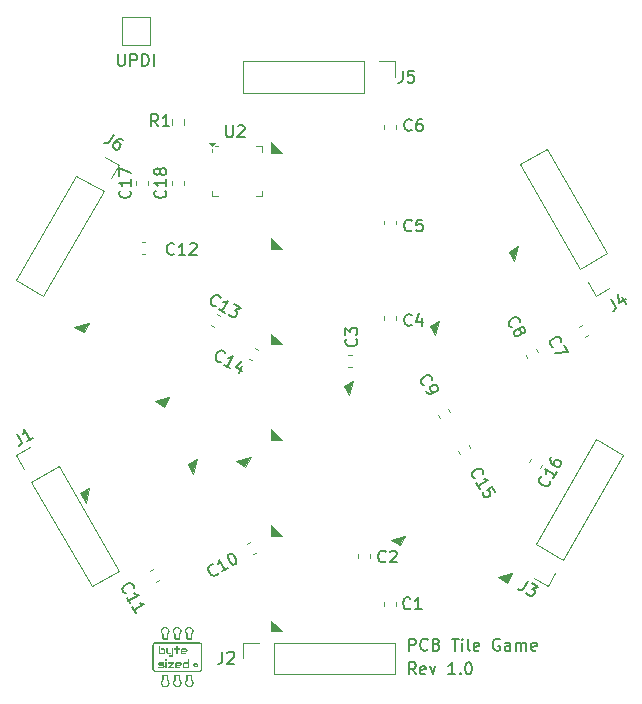
<source format=gbr>
%TF.GenerationSoftware,KiCad,Pcbnew,8.0.8*%
%TF.CreationDate,2025-04-07T13:38:17-04:00*%
%TF.ProjectId,pcb_tile_game_tile_ooo,7063625f-7469-46c6-955f-67616d655f74,1.0*%
%TF.SameCoordinates,Original*%
%TF.FileFunction,Legend,Top*%
%TF.FilePolarity,Positive*%
%FSLAX46Y46*%
G04 Gerber Fmt 4.6, Leading zero omitted, Abs format (unit mm)*
G04 Created by KiCad (PCBNEW 8.0.8) date 2025-04-07 13:38:17*
%MOMM*%
%LPD*%
G01*
G04 APERTURE LIST*
%ADD10C,0.200000*%
%ADD11C,0.150000*%
%ADD12C,0.120000*%
%ADD13C,0.000000*%
%ADD14C,0.100000*%
G04 APERTURE END LIST*
D10*
X148250475Y-105952219D02*
X147917142Y-105476028D01*
X147679047Y-105952219D02*
X147679047Y-104952219D01*
X147679047Y-104952219D02*
X148059999Y-104952219D01*
X148059999Y-104952219D02*
X148155237Y-104999838D01*
X148155237Y-104999838D02*
X148202856Y-105047457D01*
X148202856Y-105047457D02*
X148250475Y-105142695D01*
X148250475Y-105142695D02*
X148250475Y-105285552D01*
X148250475Y-105285552D02*
X148202856Y-105380790D01*
X148202856Y-105380790D02*
X148155237Y-105428409D01*
X148155237Y-105428409D02*
X148059999Y-105476028D01*
X148059999Y-105476028D02*
X147679047Y-105476028D01*
X149059999Y-105904600D02*
X148964761Y-105952219D01*
X148964761Y-105952219D02*
X148774285Y-105952219D01*
X148774285Y-105952219D02*
X148679047Y-105904600D01*
X148679047Y-105904600D02*
X148631428Y-105809361D01*
X148631428Y-105809361D02*
X148631428Y-105428409D01*
X148631428Y-105428409D02*
X148679047Y-105333171D01*
X148679047Y-105333171D02*
X148774285Y-105285552D01*
X148774285Y-105285552D02*
X148964761Y-105285552D01*
X148964761Y-105285552D02*
X149059999Y-105333171D01*
X149059999Y-105333171D02*
X149107618Y-105428409D01*
X149107618Y-105428409D02*
X149107618Y-105523647D01*
X149107618Y-105523647D02*
X148631428Y-105618885D01*
X149440952Y-105285552D02*
X149679047Y-105952219D01*
X149679047Y-105952219D02*
X149917142Y-105285552D01*
X151583809Y-105952219D02*
X151012381Y-105952219D01*
X151298095Y-105952219D02*
X151298095Y-104952219D01*
X151298095Y-104952219D02*
X151202857Y-105095076D01*
X151202857Y-105095076D02*
X151107619Y-105190314D01*
X151107619Y-105190314D02*
X151012381Y-105237933D01*
X152012381Y-105856980D02*
X152060000Y-105904600D01*
X152060000Y-105904600D02*
X152012381Y-105952219D01*
X152012381Y-105952219D02*
X151964762Y-105904600D01*
X151964762Y-105904600D02*
X152012381Y-105856980D01*
X152012381Y-105856980D02*
X152012381Y-105952219D01*
X152679047Y-104952219D02*
X152774285Y-104952219D01*
X152774285Y-104952219D02*
X152869523Y-104999838D01*
X152869523Y-104999838D02*
X152917142Y-105047457D01*
X152917142Y-105047457D02*
X152964761Y-105142695D01*
X152964761Y-105142695D02*
X153012380Y-105333171D01*
X153012380Y-105333171D02*
X153012380Y-105571266D01*
X153012380Y-105571266D02*
X152964761Y-105761742D01*
X152964761Y-105761742D02*
X152917142Y-105856980D01*
X152917142Y-105856980D02*
X152869523Y-105904600D01*
X152869523Y-105904600D02*
X152774285Y-105952219D01*
X152774285Y-105952219D02*
X152679047Y-105952219D01*
X152679047Y-105952219D02*
X152583809Y-105904600D01*
X152583809Y-105904600D02*
X152536190Y-105856980D01*
X152536190Y-105856980D02*
X152488571Y-105761742D01*
X152488571Y-105761742D02*
X152440952Y-105571266D01*
X152440952Y-105571266D02*
X152440952Y-105333171D01*
X152440952Y-105333171D02*
X152488571Y-105142695D01*
X152488571Y-105142695D02*
X152536190Y-105047457D01*
X152536190Y-105047457D02*
X152583809Y-104999838D01*
X152583809Y-104999838D02*
X152679047Y-104952219D01*
X123036191Y-53452219D02*
X123036191Y-54261742D01*
X123036191Y-54261742D02*
X123083810Y-54356980D01*
X123083810Y-54356980D02*
X123131429Y-54404600D01*
X123131429Y-54404600D02*
X123226667Y-54452219D01*
X123226667Y-54452219D02*
X123417143Y-54452219D01*
X123417143Y-54452219D02*
X123512381Y-54404600D01*
X123512381Y-54404600D02*
X123560000Y-54356980D01*
X123560000Y-54356980D02*
X123607619Y-54261742D01*
X123607619Y-54261742D02*
X123607619Y-53452219D01*
X124083810Y-54452219D02*
X124083810Y-53452219D01*
X124083810Y-53452219D02*
X124464762Y-53452219D01*
X124464762Y-53452219D02*
X124560000Y-53499838D01*
X124560000Y-53499838D02*
X124607619Y-53547457D01*
X124607619Y-53547457D02*
X124655238Y-53642695D01*
X124655238Y-53642695D02*
X124655238Y-53785552D01*
X124655238Y-53785552D02*
X124607619Y-53880790D01*
X124607619Y-53880790D02*
X124560000Y-53928409D01*
X124560000Y-53928409D02*
X124464762Y-53976028D01*
X124464762Y-53976028D02*
X124083810Y-53976028D01*
X125083810Y-54452219D02*
X125083810Y-53452219D01*
X125083810Y-53452219D02*
X125321905Y-53452219D01*
X125321905Y-53452219D02*
X125464762Y-53499838D01*
X125464762Y-53499838D02*
X125560000Y-53595076D01*
X125560000Y-53595076D02*
X125607619Y-53690314D01*
X125607619Y-53690314D02*
X125655238Y-53880790D01*
X125655238Y-53880790D02*
X125655238Y-54023647D01*
X125655238Y-54023647D02*
X125607619Y-54214123D01*
X125607619Y-54214123D02*
X125560000Y-54309361D01*
X125560000Y-54309361D02*
X125464762Y-54404600D01*
X125464762Y-54404600D02*
X125321905Y-54452219D01*
X125321905Y-54452219D02*
X125083810Y-54452219D01*
X126083810Y-54452219D02*
X126083810Y-53452219D01*
X147679047Y-103952219D02*
X147679047Y-102952219D01*
X147679047Y-102952219D02*
X148059999Y-102952219D01*
X148059999Y-102952219D02*
X148155237Y-102999838D01*
X148155237Y-102999838D02*
X148202856Y-103047457D01*
X148202856Y-103047457D02*
X148250475Y-103142695D01*
X148250475Y-103142695D02*
X148250475Y-103285552D01*
X148250475Y-103285552D02*
X148202856Y-103380790D01*
X148202856Y-103380790D02*
X148155237Y-103428409D01*
X148155237Y-103428409D02*
X148059999Y-103476028D01*
X148059999Y-103476028D02*
X147679047Y-103476028D01*
X149250475Y-103856980D02*
X149202856Y-103904600D01*
X149202856Y-103904600D02*
X149059999Y-103952219D01*
X149059999Y-103952219D02*
X148964761Y-103952219D01*
X148964761Y-103952219D02*
X148821904Y-103904600D01*
X148821904Y-103904600D02*
X148726666Y-103809361D01*
X148726666Y-103809361D02*
X148679047Y-103714123D01*
X148679047Y-103714123D02*
X148631428Y-103523647D01*
X148631428Y-103523647D02*
X148631428Y-103380790D01*
X148631428Y-103380790D02*
X148679047Y-103190314D01*
X148679047Y-103190314D02*
X148726666Y-103095076D01*
X148726666Y-103095076D02*
X148821904Y-102999838D01*
X148821904Y-102999838D02*
X148964761Y-102952219D01*
X148964761Y-102952219D02*
X149059999Y-102952219D01*
X149059999Y-102952219D02*
X149202856Y-102999838D01*
X149202856Y-102999838D02*
X149250475Y-103047457D01*
X150012380Y-103428409D02*
X150155237Y-103476028D01*
X150155237Y-103476028D02*
X150202856Y-103523647D01*
X150202856Y-103523647D02*
X150250475Y-103618885D01*
X150250475Y-103618885D02*
X150250475Y-103761742D01*
X150250475Y-103761742D02*
X150202856Y-103856980D01*
X150202856Y-103856980D02*
X150155237Y-103904600D01*
X150155237Y-103904600D02*
X150059999Y-103952219D01*
X150059999Y-103952219D02*
X149679047Y-103952219D01*
X149679047Y-103952219D02*
X149679047Y-102952219D01*
X149679047Y-102952219D02*
X150012380Y-102952219D01*
X150012380Y-102952219D02*
X150107618Y-102999838D01*
X150107618Y-102999838D02*
X150155237Y-103047457D01*
X150155237Y-103047457D02*
X150202856Y-103142695D01*
X150202856Y-103142695D02*
X150202856Y-103237933D01*
X150202856Y-103237933D02*
X150155237Y-103333171D01*
X150155237Y-103333171D02*
X150107618Y-103380790D01*
X150107618Y-103380790D02*
X150012380Y-103428409D01*
X150012380Y-103428409D02*
X149679047Y-103428409D01*
X151298095Y-102952219D02*
X151869523Y-102952219D01*
X151583809Y-103952219D02*
X151583809Y-102952219D01*
X152202857Y-103952219D02*
X152202857Y-103285552D01*
X152202857Y-102952219D02*
X152155238Y-102999838D01*
X152155238Y-102999838D02*
X152202857Y-103047457D01*
X152202857Y-103047457D02*
X152250476Y-102999838D01*
X152250476Y-102999838D02*
X152202857Y-102952219D01*
X152202857Y-102952219D02*
X152202857Y-103047457D01*
X152821904Y-103952219D02*
X152726666Y-103904600D01*
X152726666Y-103904600D02*
X152679047Y-103809361D01*
X152679047Y-103809361D02*
X152679047Y-102952219D01*
X153583809Y-103904600D02*
X153488571Y-103952219D01*
X153488571Y-103952219D02*
X153298095Y-103952219D01*
X153298095Y-103952219D02*
X153202857Y-103904600D01*
X153202857Y-103904600D02*
X153155238Y-103809361D01*
X153155238Y-103809361D02*
X153155238Y-103428409D01*
X153155238Y-103428409D02*
X153202857Y-103333171D01*
X153202857Y-103333171D02*
X153298095Y-103285552D01*
X153298095Y-103285552D02*
X153488571Y-103285552D01*
X153488571Y-103285552D02*
X153583809Y-103333171D01*
X153583809Y-103333171D02*
X153631428Y-103428409D01*
X153631428Y-103428409D02*
X153631428Y-103523647D01*
X153631428Y-103523647D02*
X153155238Y-103618885D01*
X155345714Y-102999838D02*
X155250476Y-102952219D01*
X155250476Y-102952219D02*
X155107619Y-102952219D01*
X155107619Y-102952219D02*
X154964762Y-102999838D01*
X154964762Y-102999838D02*
X154869524Y-103095076D01*
X154869524Y-103095076D02*
X154821905Y-103190314D01*
X154821905Y-103190314D02*
X154774286Y-103380790D01*
X154774286Y-103380790D02*
X154774286Y-103523647D01*
X154774286Y-103523647D02*
X154821905Y-103714123D01*
X154821905Y-103714123D02*
X154869524Y-103809361D01*
X154869524Y-103809361D02*
X154964762Y-103904600D01*
X154964762Y-103904600D02*
X155107619Y-103952219D01*
X155107619Y-103952219D02*
X155202857Y-103952219D01*
X155202857Y-103952219D02*
X155345714Y-103904600D01*
X155345714Y-103904600D02*
X155393333Y-103856980D01*
X155393333Y-103856980D02*
X155393333Y-103523647D01*
X155393333Y-103523647D02*
X155202857Y-103523647D01*
X156250476Y-103952219D02*
X156250476Y-103428409D01*
X156250476Y-103428409D02*
X156202857Y-103333171D01*
X156202857Y-103333171D02*
X156107619Y-103285552D01*
X156107619Y-103285552D02*
X155917143Y-103285552D01*
X155917143Y-103285552D02*
X155821905Y-103333171D01*
X156250476Y-103904600D02*
X156155238Y-103952219D01*
X156155238Y-103952219D02*
X155917143Y-103952219D01*
X155917143Y-103952219D02*
X155821905Y-103904600D01*
X155821905Y-103904600D02*
X155774286Y-103809361D01*
X155774286Y-103809361D02*
X155774286Y-103714123D01*
X155774286Y-103714123D02*
X155821905Y-103618885D01*
X155821905Y-103618885D02*
X155917143Y-103571266D01*
X155917143Y-103571266D02*
X156155238Y-103571266D01*
X156155238Y-103571266D02*
X156250476Y-103523647D01*
X156726667Y-103952219D02*
X156726667Y-103285552D01*
X156726667Y-103380790D02*
X156774286Y-103333171D01*
X156774286Y-103333171D02*
X156869524Y-103285552D01*
X156869524Y-103285552D02*
X157012381Y-103285552D01*
X157012381Y-103285552D02*
X157107619Y-103333171D01*
X157107619Y-103333171D02*
X157155238Y-103428409D01*
X157155238Y-103428409D02*
X157155238Y-103952219D01*
X157155238Y-103428409D02*
X157202857Y-103333171D01*
X157202857Y-103333171D02*
X157298095Y-103285552D01*
X157298095Y-103285552D02*
X157440952Y-103285552D01*
X157440952Y-103285552D02*
X157536191Y-103333171D01*
X157536191Y-103333171D02*
X157583810Y-103428409D01*
X157583810Y-103428409D02*
X157583810Y-103952219D01*
X158440952Y-103904600D02*
X158345714Y-103952219D01*
X158345714Y-103952219D02*
X158155238Y-103952219D01*
X158155238Y-103952219D02*
X158060000Y-103904600D01*
X158060000Y-103904600D02*
X158012381Y-103809361D01*
X158012381Y-103809361D02*
X158012381Y-103428409D01*
X158012381Y-103428409D02*
X158060000Y-103333171D01*
X158060000Y-103333171D02*
X158155238Y-103285552D01*
X158155238Y-103285552D02*
X158345714Y-103285552D01*
X158345714Y-103285552D02*
X158440952Y-103333171D01*
X158440952Y-103333171D02*
X158488571Y-103428409D01*
X158488571Y-103428409D02*
X158488571Y-103523647D01*
X158488571Y-103523647D02*
X158012381Y-103618885D01*
D11*
X145693333Y-96394580D02*
X145645714Y-96442200D01*
X145645714Y-96442200D02*
X145502857Y-96489819D01*
X145502857Y-96489819D02*
X145407619Y-96489819D01*
X145407619Y-96489819D02*
X145264762Y-96442200D01*
X145264762Y-96442200D02*
X145169524Y-96346961D01*
X145169524Y-96346961D02*
X145121905Y-96251723D01*
X145121905Y-96251723D02*
X145074286Y-96061247D01*
X145074286Y-96061247D02*
X145074286Y-95918390D01*
X145074286Y-95918390D02*
X145121905Y-95727914D01*
X145121905Y-95727914D02*
X145169524Y-95632676D01*
X145169524Y-95632676D02*
X145264762Y-95537438D01*
X145264762Y-95537438D02*
X145407619Y-95489819D01*
X145407619Y-95489819D02*
X145502857Y-95489819D01*
X145502857Y-95489819D02*
X145645714Y-95537438D01*
X145645714Y-95537438D02*
X145693333Y-95585057D01*
X146074286Y-95585057D02*
X146121905Y-95537438D01*
X146121905Y-95537438D02*
X146217143Y-95489819D01*
X146217143Y-95489819D02*
X146455238Y-95489819D01*
X146455238Y-95489819D02*
X146550476Y-95537438D01*
X146550476Y-95537438D02*
X146598095Y-95585057D01*
X146598095Y-95585057D02*
X146645714Y-95680295D01*
X146645714Y-95680295D02*
X146645714Y-95775533D01*
X146645714Y-95775533D02*
X146598095Y-95918390D01*
X146598095Y-95918390D02*
X146026667Y-96489819D01*
X146026667Y-96489819D02*
X146645714Y-96489819D01*
X131723478Y-79489977D02*
X131658430Y-79507407D01*
X131658430Y-79507407D02*
X131510902Y-79477218D01*
X131510902Y-79477218D02*
X131428423Y-79429599D01*
X131428423Y-79429599D02*
X131328515Y-79316931D01*
X131328515Y-79316931D02*
X131293656Y-79186833D01*
X131293656Y-79186833D02*
X131300035Y-79080545D01*
X131300035Y-79080545D02*
X131354034Y-78891778D01*
X131354034Y-78891778D02*
X131425463Y-78768060D01*
X131425463Y-78768060D02*
X131561940Y-78626913D01*
X131561940Y-78626913D02*
X131650798Y-78568244D01*
X131650798Y-78568244D02*
X131780896Y-78533384D01*
X131780896Y-78533384D02*
X131928423Y-78563573D01*
X131928423Y-78563573D02*
X132010902Y-78611192D01*
X132010902Y-78611192D02*
X132110810Y-78723860D01*
X132110810Y-78723860D02*
X132128240Y-78788909D01*
X132500645Y-80048646D02*
X132005774Y-79762932D01*
X132253210Y-79905789D02*
X132753210Y-79039764D01*
X132753210Y-79039764D02*
X132599302Y-79115863D01*
X132599302Y-79115863D02*
X132469205Y-79150722D01*
X132469205Y-79150722D02*
X132362917Y-79144342D01*
X133576286Y-79899867D02*
X133242953Y-80477218D01*
X133560566Y-79450905D02*
X132997227Y-79950447D01*
X132997227Y-79950447D02*
X133533338Y-80259971D01*
X143202080Y-77566666D02*
X143249700Y-77614285D01*
X143249700Y-77614285D02*
X143297319Y-77757142D01*
X143297319Y-77757142D02*
X143297319Y-77852380D01*
X143297319Y-77852380D02*
X143249700Y-77995237D01*
X143249700Y-77995237D02*
X143154461Y-78090475D01*
X143154461Y-78090475D02*
X143059223Y-78138094D01*
X143059223Y-78138094D02*
X142868747Y-78185713D01*
X142868747Y-78185713D02*
X142725890Y-78185713D01*
X142725890Y-78185713D02*
X142535414Y-78138094D01*
X142535414Y-78138094D02*
X142440176Y-78090475D01*
X142440176Y-78090475D02*
X142344938Y-77995237D01*
X142344938Y-77995237D02*
X142297319Y-77852380D01*
X142297319Y-77852380D02*
X142297319Y-77757142D01*
X142297319Y-77757142D02*
X142344938Y-77614285D01*
X142344938Y-77614285D02*
X142392557Y-77566666D01*
X142297319Y-77233332D02*
X142297319Y-76614285D01*
X142297319Y-76614285D02*
X142678271Y-76947618D01*
X142678271Y-76947618D02*
X142678271Y-76804761D01*
X142678271Y-76804761D02*
X142725890Y-76709523D01*
X142725890Y-76709523D02*
X142773509Y-76661904D01*
X142773509Y-76661904D02*
X142868747Y-76614285D01*
X142868747Y-76614285D02*
X143106842Y-76614285D01*
X143106842Y-76614285D02*
X143202080Y-76661904D01*
X143202080Y-76661904D02*
X143249700Y-76709523D01*
X143249700Y-76709523D02*
X143297319Y-76804761D01*
X143297319Y-76804761D02*
X143297319Y-77090475D01*
X143297319Y-77090475D02*
X143249700Y-77185713D01*
X143249700Y-77185713D02*
X143202080Y-77233332D01*
X131876666Y-104054819D02*
X131876666Y-104769104D01*
X131876666Y-104769104D02*
X131829047Y-104911961D01*
X131829047Y-104911961D02*
X131733809Y-105007200D01*
X131733809Y-105007200D02*
X131590952Y-105054819D01*
X131590952Y-105054819D02*
X131495714Y-105054819D01*
X132305238Y-104150057D02*
X132352857Y-104102438D01*
X132352857Y-104102438D02*
X132448095Y-104054819D01*
X132448095Y-104054819D02*
X132686190Y-104054819D01*
X132686190Y-104054819D02*
X132781428Y-104102438D01*
X132781428Y-104102438D02*
X132829047Y-104150057D01*
X132829047Y-104150057D02*
X132876666Y-104245295D01*
X132876666Y-104245295D02*
X132876666Y-104340533D01*
X132876666Y-104340533D02*
X132829047Y-104483390D01*
X132829047Y-104483390D02*
X132257619Y-105054819D01*
X132257619Y-105054819D02*
X132876666Y-105054819D01*
X126432719Y-59554819D02*
X126099386Y-59078628D01*
X125861291Y-59554819D02*
X125861291Y-58554819D01*
X125861291Y-58554819D02*
X126242243Y-58554819D01*
X126242243Y-58554819D02*
X126337481Y-58602438D01*
X126337481Y-58602438D02*
X126385100Y-58650057D01*
X126385100Y-58650057D02*
X126432719Y-58745295D01*
X126432719Y-58745295D02*
X126432719Y-58888152D01*
X126432719Y-58888152D02*
X126385100Y-58983390D01*
X126385100Y-58983390D02*
X126337481Y-59031009D01*
X126337481Y-59031009D02*
X126242243Y-59078628D01*
X126242243Y-59078628D02*
X125861291Y-59078628D01*
X127385100Y-59554819D02*
X126813672Y-59554819D01*
X127099386Y-59554819D02*
X127099386Y-58554819D01*
X127099386Y-58554819D02*
X127004148Y-58697676D01*
X127004148Y-58697676D02*
X126908910Y-58792914D01*
X126908910Y-58792914D02*
X126813672Y-58840533D01*
X123674112Y-99091809D02*
X123609063Y-99074380D01*
X123609063Y-99074380D02*
X123496395Y-98974471D01*
X123496395Y-98974471D02*
X123448776Y-98891993D01*
X123448776Y-98891993D02*
X123418587Y-98744465D01*
X123418587Y-98744465D02*
X123453446Y-98614367D01*
X123453446Y-98614367D02*
X123512115Y-98525509D01*
X123512115Y-98525509D02*
X123653263Y-98389032D01*
X123653263Y-98389032D02*
X123776981Y-98317603D01*
X123776981Y-98317603D02*
X123965748Y-98263604D01*
X123965748Y-98263604D02*
X124072036Y-98257225D01*
X124072036Y-98257225D02*
X124202133Y-98292084D01*
X124202133Y-98292084D02*
X124314801Y-98391993D01*
X124314801Y-98391993D02*
X124362420Y-98474471D01*
X124362420Y-98474471D02*
X124392610Y-98621999D01*
X124392610Y-98621999D02*
X124375180Y-98687047D01*
X124067824Y-99964214D02*
X123782109Y-99469343D01*
X123924966Y-99716779D02*
X124790992Y-99216779D01*
X124790992Y-99216779D02*
X124619655Y-99205729D01*
X124619655Y-99205729D02*
X124489557Y-99170869D01*
X124489557Y-99170869D02*
X124400699Y-99112200D01*
X124544014Y-100789001D02*
X124258300Y-100294129D01*
X124401157Y-100541565D02*
X125267182Y-100041565D01*
X125267182Y-100041565D02*
X125095845Y-100030515D01*
X125095845Y-100030515D02*
X124965748Y-99995655D01*
X124965748Y-99995655D02*
X124876889Y-99936986D01*
X127028966Y-65017857D02*
X127076586Y-65065476D01*
X127076586Y-65065476D02*
X127124205Y-65208333D01*
X127124205Y-65208333D02*
X127124205Y-65303571D01*
X127124205Y-65303571D02*
X127076586Y-65446428D01*
X127076586Y-65446428D02*
X126981347Y-65541666D01*
X126981347Y-65541666D02*
X126886109Y-65589285D01*
X126886109Y-65589285D02*
X126695633Y-65636904D01*
X126695633Y-65636904D02*
X126552776Y-65636904D01*
X126552776Y-65636904D02*
X126362300Y-65589285D01*
X126362300Y-65589285D02*
X126267062Y-65541666D01*
X126267062Y-65541666D02*
X126171824Y-65446428D01*
X126171824Y-65446428D02*
X126124205Y-65303571D01*
X126124205Y-65303571D02*
X126124205Y-65208333D01*
X126124205Y-65208333D02*
X126171824Y-65065476D01*
X126171824Y-65065476D02*
X126219443Y-65017857D01*
X127124205Y-64065476D02*
X127124205Y-64636904D01*
X127124205Y-64351190D02*
X126124205Y-64351190D01*
X126124205Y-64351190D02*
X126267062Y-64446428D01*
X126267062Y-64446428D02*
X126362300Y-64541666D01*
X126362300Y-64541666D02*
X126409919Y-64636904D01*
X126552776Y-63494047D02*
X126505157Y-63589285D01*
X126505157Y-63589285D02*
X126457538Y-63636904D01*
X126457538Y-63636904D02*
X126362300Y-63684523D01*
X126362300Y-63684523D02*
X126314681Y-63684523D01*
X126314681Y-63684523D02*
X126219443Y-63636904D01*
X126219443Y-63636904D02*
X126171824Y-63589285D01*
X126171824Y-63589285D02*
X126124205Y-63494047D01*
X126124205Y-63494047D02*
X126124205Y-63303571D01*
X126124205Y-63303571D02*
X126171824Y-63208333D01*
X126171824Y-63208333D02*
X126219443Y-63160714D01*
X126219443Y-63160714D02*
X126314681Y-63113095D01*
X126314681Y-63113095D02*
X126362300Y-63113095D01*
X126362300Y-63113095D02*
X126457538Y-63160714D01*
X126457538Y-63160714D02*
X126505157Y-63208333D01*
X126505157Y-63208333D02*
X126552776Y-63303571D01*
X126552776Y-63303571D02*
X126552776Y-63494047D01*
X126552776Y-63494047D02*
X126600395Y-63589285D01*
X126600395Y-63589285D02*
X126648014Y-63636904D01*
X126648014Y-63636904D02*
X126743252Y-63684523D01*
X126743252Y-63684523D02*
X126933728Y-63684523D01*
X126933728Y-63684523D02*
X127028966Y-63636904D01*
X127028966Y-63636904D02*
X127076586Y-63589285D01*
X127076586Y-63589285D02*
X127124205Y-63494047D01*
X127124205Y-63494047D02*
X127124205Y-63303571D01*
X127124205Y-63303571D02*
X127076586Y-63208333D01*
X127076586Y-63208333D02*
X127028966Y-63160714D01*
X127028966Y-63160714D02*
X126933728Y-63113095D01*
X126933728Y-63113095D02*
X126743252Y-63113095D01*
X126743252Y-63113095D02*
X126648014Y-63160714D01*
X126648014Y-63160714D02*
X126600395Y-63208333D01*
X126600395Y-63208333D02*
X126552776Y-63303571D01*
X147893333Y-68359580D02*
X147845714Y-68407200D01*
X147845714Y-68407200D02*
X147702857Y-68454819D01*
X147702857Y-68454819D02*
X147607619Y-68454819D01*
X147607619Y-68454819D02*
X147464762Y-68407200D01*
X147464762Y-68407200D02*
X147369524Y-68311961D01*
X147369524Y-68311961D02*
X147321905Y-68216723D01*
X147321905Y-68216723D02*
X147274286Y-68026247D01*
X147274286Y-68026247D02*
X147274286Y-67883390D01*
X147274286Y-67883390D02*
X147321905Y-67692914D01*
X147321905Y-67692914D02*
X147369524Y-67597676D01*
X147369524Y-67597676D02*
X147464762Y-67502438D01*
X147464762Y-67502438D02*
X147607619Y-67454819D01*
X147607619Y-67454819D02*
X147702857Y-67454819D01*
X147702857Y-67454819D02*
X147845714Y-67502438D01*
X147845714Y-67502438D02*
X147893333Y-67550057D01*
X148798095Y-67454819D02*
X148321905Y-67454819D01*
X148321905Y-67454819D02*
X148274286Y-67931009D01*
X148274286Y-67931009D02*
X148321905Y-67883390D01*
X148321905Y-67883390D02*
X148417143Y-67835771D01*
X148417143Y-67835771D02*
X148655238Y-67835771D01*
X148655238Y-67835771D02*
X148750476Y-67883390D01*
X148750476Y-67883390D02*
X148798095Y-67931009D01*
X148798095Y-67931009D02*
X148845714Y-68026247D01*
X148845714Y-68026247D02*
X148845714Y-68264342D01*
X148845714Y-68264342D02*
X148798095Y-68359580D01*
X148798095Y-68359580D02*
X148750476Y-68407200D01*
X148750476Y-68407200D02*
X148655238Y-68454819D01*
X148655238Y-68454819D02*
X148417143Y-68454819D01*
X148417143Y-68454819D02*
X148321905Y-68407200D01*
X148321905Y-68407200D02*
X148274286Y-68359580D01*
X148944371Y-81488563D02*
X148879322Y-81471133D01*
X148879322Y-81471133D02*
X148766654Y-81371225D01*
X148766654Y-81371225D02*
X148719035Y-81288746D01*
X148719035Y-81288746D02*
X148688846Y-81141219D01*
X148688846Y-81141219D02*
X148723706Y-81011121D01*
X148723706Y-81011121D02*
X148782375Y-80922263D01*
X148782375Y-80922263D02*
X148923522Y-80785785D01*
X148923522Y-80785785D02*
X149047240Y-80714357D01*
X149047240Y-80714357D02*
X149236007Y-80660358D01*
X149236007Y-80660358D02*
X149342295Y-80653978D01*
X149342295Y-80653978D02*
X149472393Y-80688838D01*
X149472393Y-80688838D02*
X149585061Y-80788746D01*
X149585061Y-80788746D02*
X149632680Y-80871225D01*
X149632680Y-80871225D02*
X149662869Y-81018752D01*
X149662869Y-81018752D02*
X149645439Y-81083801D01*
X149099988Y-81948575D02*
X149195226Y-82113532D01*
X149195226Y-82113532D02*
X149284084Y-82172201D01*
X149284084Y-82172201D02*
X149349133Y-82189631D01*
X149349133Y-82189631D02*
X149520470Y-82200681D01*
X149520470Y-82200681D02*
X149709237Y-82146682D01*
X149709237Y-82146682D02*
X150039151Y-81956206D01*
X150039151Y-81956206D02*
X150097820Y-81867348D01*
X150097820Y-81867348D02*
X150115250Y-81802299D01*
X150115250Y-81802299D02*
X150108870Y-81696011D01*
X150108870Y-81696011D02*
X150013632Y-81531054D01*
X150013632Y-81531054D02*
X149924774Y-81472384D01*
X149924774Y-81472384D02*
X149859725Y-81454955D01*
X149859725Y-81454955D02*
X149753437Y-81461334D01*
X149753437Y-81461334D02*
X149547240Y-81580382D01*
X149547240Y-81580382D02*
X149488571Y-81669240D01*
X149488571Y-81669240D02*
X149471142Y-81734289D01*
X149471142Y-81734289D02*
X149477521Y-81840577D01*
X149477521Y-81840577D02*
X149572759Y-82005535D01*
X149572759Y-82005535D02*
X149661618Y-82064204D01*
X149661618Y-82064204D02*
X149726667Y-82081633D01*
X149726667Y-82081633D02*
X149832955Y-82075254D01*
X147893333Y-59859580D02*
X147845714Y-59907200D01*
X147845714Y-59907200D02*
X147702857Y-59954819D01*
X147702857Y-59954819D02*
X147607619Y-59954819D01*
X147607619Y-59954819D02*
X147464762Y-59907200D01*
X147464762Y-59907200D02*
X147369524Y-59811961D01*
X147369524Y-59811961D02*
X147321905Y-59716723D01*
X147321905Y-59716723D02*
X147274286Y-59526247D01*
X147274286Y-59526247D02*
X147274286Y-59383390D01*
X147274286Y-59383390D02*
X147321905Y-59192914D01*
X147321905Y-59192914D02*
X147369524Y-59097676D01*
X147369524Y-59097676D02*
X147464762Y-59002438D01*
X147464762Y-59002438D02*
X147607619Y-58954819D01*
X147607619Y-58954819D02*
X147702857Y-58954819D01*
X147702857Y-58954819D02*
X147845714Y-59002438D01*
X147845714Y-59002438D02*
X147893333Y-59050057D01*
X148750476Y-58954819D02*
X148560000Y-58954819D01*
X148560000Y-58954819D02*
X148464762Y-59002438D01*
X148464762Y-59002438D02*
X148417143Y-59050057D01*
X148417143Y-59050057D02*
X148321905Y-59192914D01*
X148321905Y-59192914D02*
X148274286Y-59383390D01*
X148274286Y-59383390D02*
X148274286Y-59764342D01*
X148274286Y-59764342D02*
X148321905Y-59859580D01*
X148321905Y-59859580D02*
X148369524Y-59907200D01*
X148369524Y-59907200D02*
X148464762Y-59954819D01*
X148464762Y-59954819D02*
X148655238Y-59954819D01*
X148655238Y-59954819D02*
X148750476Y-59907200D01*
X148750476Y-59907200D02*
X148798095Y-59859580D01*
X148798095Y-59859580D02*
X148845714Y-59764342D01*
X148845714Y-59764342D02*
X148845714Y-59526247D01*
X148845714Y-59526247D02*
X148798095Y-59431009D01*
X148798095Y-59431009D02*
X148750476Y-59383390D01*
X148750476Y-59383390D02*
X148655238Y-59335771D01*
X148655238Y-59335771D02*
X148464762Y-59335771D01*
X148464762Y-59335771D02*
X148369524Y-59383390D01*
X148369524Y-59383390D02*
X148321905Y-59431009D01*
X148321905Y-59431009D02*
X148274286Y-59526247D01*
X157738915Y-98068440D02*
X157381772Y-98687030D01*
X157381772Y-98687030D02*
X157269104Y-98786938D01*
X157269104Y-98786938D02*
X157139006Y-98821798D01*
X157139006Y-98821798D02*
X156991479Y-98791608D01*
X156991479Y-98791608D02*
X156909000Y-98743989D01*
X158068829Y-98258917D02*
X158604940Y-98568440D01*
X158604940Y-98568440D02*
X158125789Y-98731688D01*
X158125789Y-98731688D02*
X158249507Y-98803117D01*
X158249507Y-98803117D02*
X158308176Y-98891975D01*
X158308176Y-98891975D02*
X158325606Y-98957024D01*
X158325606Y-98957024D02*
X158319226Y-99063312D01*
X158319226Y-99063312D02*
X158200178Y-99269509D01*
X158200178Y-99269509D02*
X158111320Y-99328178D01*
X158111320Y-99328178D02*
X158046271Y-99345607D01*
X158046271Y-99345607D02*
X157939983Y-99339228D01*
X157939983Y-99339228D02*
X157692547Y-99196370D01*
X157692547Y-99196370D02*
X157633878Y-99107512D01*
X157633878Y-99107512D02*
X157616448Y-99042463D01*
X153259313Y-89376816D02*
X153194264Y-89359387D01*
X153194264Y-89359387D02*
X153081596Y-89259478D01*
X153081596Y-89259478D02*
X153033977Y-89177000D01*
X153033977Y-89177000D02*
X153003788Y-89029472D01*
X153003788Y-89029472D02*
X153038647Y-88899374D01*
X153038647Y-88899374D02*
X153097316Y-88810516D01*
X153097316Y-88810516D02*
X153238464Y-88674039D01*
X153238464Y-88674039D02*
X153362182Y-88602610D01*
X153362182Y-88602610D02*
X153550949Y-88548611D01*
X153550949Y-88548611D02*
X153657237Y-88542232D01*
X153657237Y-88542232D02*
X153787334Y-88577091D01*
X153787334Y-88577091D02*
X153900002Y-88677000D01*
X153900002Y-88677000D02*
X153947621Y-88759478D01*
X153947621Y-88759478D02*
X153977811Y-88907006D01*
X153977811Y-88907006D02*
X153960381Y-88972054D01*
X153653025Y-90249221D02*
X153367310Y-89754350D01*
X153510167Y-90001786D02*
X154376193Y-89501786D01*
X154376193Y-89501786D02*
X154204856Y-89490736D01*
X154204856Y-89490736D02*
X154074758Y-89455876D01*
X154074758Y-89455876D02*
X153985900Y-89397207D01*
X154971431Y-90532768D02*
X154733336Y-90120375D01*
X154733336Y-90120375D02*
X154297133Y-90317231D01*
X154297133Y-90317231D02*
X154362182Y-90334661D01*
X154362182Y-90334661D02*
X154451040Y-90393330D01*
X154451040Y-90393330D02*
X154570088Y-90599527D01*
X154570088Y-90599527D02*
X154576468Y-90705815D01*
X154576468Y-90705815D02*
X154559038Y-90770864D01*
X154559038Y-90770864D02*
X154500369Y-90859722D01*
X154500369Y-90859722D02*
X154294172Y-90978770D01*
X154294172Y-90978770D02*
X154187884Y-90985149D01*
X154187884Y-90985149D02*
X154122835Y-90967719D01*
X154122835Y-90967719D02*
X154033977Y-90909050D01*
X154033977Y-90909050D02*
X153914929Y-90702854D01*
X153914929Y-90702854D02*
X153908550Y-90596566D01*
X153908550Y-90596566D02*
X153925979Y-90531517D01*
X159865260Y-78235453D02*
X159800211Y-78218023D01*
X159800211Y-78218023D02*
X159687543Y-78118115D01*
X159687543Y-78118115D02*
X159639924Y-78035636D01*
X159639924Y-78035636D02*
X159609735Y-77888109D01*
X159609735Y-77888109D02*
X159644595Y-77758011D01*
X159644595Y-77758011D02*
X159703264Y-77669153D01*
X159703264Y-77669153D02*
X159844411Y-77532675D01*
X159844411Y-77532675D02*
X159968129Y-77461247D01*
X159968129Y-77461247D02*
X160156896Y-77407248D01*
X160156896Y-77407248D02*
X160263184Y-77400868D01*
X160263184Y-77400868D02*
X160393282Y-77435728D01*
X160393282Y-77435728D02*
X160505950Y-77535636D01*
X160505950Y-77535636D02*
X160553569Y-77618115D01*
X160553569Y-77618115D02*
X160583758Y-77765642D01*
X160583758Y-77765642D02*
X160566328Y-77830691D01*
X160815474Y-78071747D02*
X161148807Y-78649097D01*
X161148807Y-78649097D02*
X160068496Y-78777944D01*
X159619643Y-89604574D02*
X159637073Y-89669622D01*
X159637073Y-89669622D02*
X159606884Y-89817150D01*
X159606884Y-89817150D02*
X159559265Y-89899629D01*
X159559265Y-89899629D02*
X159446597Y-89999537D01*
X159446597Y-89999537D02*
X159316499Y-90034396D01*
X159316499Y-90034396D02*
X159210211Y-90028017D01*
X159210211Y-90028017D02*
X159021444Y-89974018D01*
X159021444Y-89974018D02*
X158897726Y-89902589D01*
X158897726Y-89902589D02*
X158756579Y-89766112D01*
X158756579Y-89766112D02*
X158697910Y-89677254D01*
X158697910Y-89677254D02*
X158663050Y-89547156D01*
X158663050Y-89547156D02*
X158693239Y-89399629D01*
X158693239Y-89399629D02*
X158740858Y-89317150D01*
X158740858Y-89317150D02*
X158853526Y-89217242D01*
X158853526Y-89217242D02*
X158918575Y-89199812D01*
X160178312Y-88827407D02*
X159892598Y-89322278D01*
X160035455Y-89074842D02*
X159169430Y-88574842D01*
X159169430Y-88574842D02*
X159245529Y-88728750D01*
X159245529Y-88728750D02*
X159280388Y-88858847D01*
X159280388Y-88858847D02*
X159274008Y-88965135D01*
X159740858Y-87585099D02*
X159645620Y-87750056D01*
X159645620Y-87750056D02*
X159639240Y-87856344D01*
X159639240Y-87856344D02*
X159656670Y-87921393D01*
X159656670Y-87921393D02*
X159732769Y-88075300D01*
X159732769Y-88075300D02*
X159873917Y-88211778D01*
X159873917Y-88211778D02*
X160203831Y-88402254D01*
X160203831Y-88402254D02*
X160310119Y-88408634D01*
X160310119Y-88408634D02*
X160375168Y-88391204D01*
X160375168Y-88391204D02*
X160464027Y-88332535D01*
X160464027Y-88332535D02*
X160559265Y-88167578D01*
X160559265Y-88167578D02*
X160565644Y-88061290D01*
X160565644Y-88061290D02*
X160548215Y-87996241D01*
X160548215Y-87996241D02*
X160489546Y-87907382D01*
X160489546Y-87907382D02*
X160283349Y-87788335D01*
X160283349Y-87788335D02*
X160177061Y-87781955D01*
X160177061Y-87781955D02*
X160112012Y-87799385D01*
X160112012Y-87799385D02*
X160023154Y-87858054D01*
X160023154Y-87858054D02*
X159927916Y-88023011D01*
X159927916Y-88023011D02*
X159921536Y-88129299D01*
X159921536Y-88129299D02*
X159938966Y-88194348D01*
X159938966Y-88194348D02*
X159997635Y-88283206D01*
X131323477Y-74789977D02*
X131258429Y-74807407D01*
X131258429Y-74807407D02*
X131110901Y-74777218D01*
X131110901Y-74777218D02*
X131028422Y-74729599D01*
X131028422Y-74729599D02*
X130928514Y-74616931D01*
X130928514Y-74616931D02*
X130893655Y-74486833D01*
X130893655Y-74486833D02*
X130900034Y-74380545D01*
X130900034Y-74380545D02*
X130954033Y-74191778D01*
X130954033Y-74191778D02*
X131025462Y-74068060D01*
X131025462Y-74068060D02*
X131161939Y-73926913D01*
X131161939Y-73926913D02*
X131250797Y-73868244D01*
X131250797Y-73868244D02*
X131380895Y-73833384D01*
X131380895Y-73833384D02*
X131528422Y-73863573D01*
X131528422Y-73863573D02*
X131610901Y-73911192D01*
X131610901Y-73911192D02*
X131710809Y-74023860D01*
X131710809Y-74023860D02*
X131728239Y-74088909D01*
X132100644Y-75348646D02*
X131605773Y-75062932D01*
X131853209Y-75205789D02*
X132353209Y-74339764D01*
X132353209Y-74339764D02*
X132199301Y-74415863D01*
X132199301Y-74415863D02*
X132069204Y-74450722D01*
X132069204Y-74450722D02*
X131962916Y-74444342D01*
X132889320Y-74649288D02*
X133425431Y-74958811D01*
X133425431Y-74958811D02*
X132946279Y-75122059D01*
X132946279Y-75122059D02*
X133069997Y-75193488D01*
X133069997Y-75193488D02*
X133128666Y-75282346D01*
X133128666Y-75282346D02*
X133146096Y-75347395D01*
X133146096Y-75347395D02*
X133139716Y-75453683D01*
X133139716Y-75453683D02*
X133020669Y-75659880D01*
X133020669Y-75659880D02*
X132931810Y-75718549D01*
X132931810Y-75718549D02*
X132866761Y-75735978D01*
X132866761Y-75735978D02*
X132760473Y-75729599D01*
X132760473Y-75729599D02*
X132513038Y-75586741D01*
X132513038Y-75586741D02*
X132454368Y-75497883D01*
X132454368Y-75497883D02*
X132436939Y-75432834D01*
X122668915Y-60262893D02*
X122311772Y-60881483D01*
X122311772Y-60881483D02*
X122199104Y-60981391D01*
X122199104Y-60981391D02*
X122069006Y-61016251D01*
X122069006Y-61016251D02*
X121921479Y-60986061D01*
X121921479Y-60986061D02*
X121839000Y-60938442D01*
X123452462Y-60715274D02*
X123287504Y-60620036D01*
X123287504Y-60620036D02*
X123181216Y-60613656D01*
X123181216Y-60613656D02*
X123116168Y-60631086D01*
X123116168Y-60631086D02*
X122962260Y-60707185D01*
X122962260Y-60707185D02*
X122825783Y-60848333D01*
X122825783Y-60848333D02*
X122635307Y-61178247D01*
X122635307Y-61178247D02*
X122628927Y-61284535D01*
X122628927Y-61284535D02*
X122646357Y-61349584D01*
X122646357Y-61349584D02*
X122705026Y-61438443D01*
X122705026Y-61438443D02*
X122869983Y-61533681D01*
X122869983Y-61533681D02*
X122976271Y-61540060D01*
X122976271Y-61540060D02*
X123041320Y-61522631D01*
X123041320Y-61522631D02*
X123130178Y-61463962D01*
X123130178Y-61463962D02*
X123249226Y-61257765D01*
X123249226Y-61257765D02*
X123255606Y-61151477D01*
X123255606Y-61151477D02*
X123238176Y-61086428D01*
X123238176Y-61086428D02*
X123179507Y-60997570D01*
X123179507Y-60997570D02*
X123014550Y-60902332D01*
X123014550Y-60902332D02*
X122908262Y-60895952D01*
X122908262Y-60895952D02*
X122843213Y-60913382D01*
X122843213Y-60913382D02*
X122754354Y-60972051D01*
X156359010Y-76572962D02*
X156293961Y-76555532D01*
X156293961Y-76555532D02*
X156181293Y-76455624D01*
X156181293Y-76455624D02*
X156133674Y-76373145D01*
X156133674Y-76373145D02*
X156103485Y-76225618D01*
X156103485Y-76225618D02*
X156138345Y-76095520D01*
X156138345Y-76095520D02*
X156197014Y-76006662D01*
X156197014Y-76006662D02*
X156338161Y-75870184D01*
X156338161Y-75870184D02*
X156461879Y-75798756D01*
X156461879Y-75798756D02*
X156650646Y-75744757D01*
X156650646Y-75744757D02*
X156756934Y-75738377D01*
X156756934Y-75738377D02*
X156887032Y-75773237D01*
X156887032Y-75773237D02*
X156999700Y-75873145D01*
X156999700Y-75873145D02*
X157047319Y-75955624D01*
X157047319Y-75955624D02*
X157077508Y-76103151D01*
X157077508Y-76103151D02*
X157060078Y-76168200D01*
X157057118Y-76829738D02*
X157050738Y-76723450D01*
X157050738Y-76723450D02*
X157068168Y-76658401D01*
X157068168Y-76658401D02*
X157126837Y-76569543D01*
X157126837Y-76569543D02*
X157168076Y-76545733D01*
X157168076Y-76545733D02*
X157274364Y-76539354D01*
X157274364Y-76539354D02*
X157339413Y-76556783D01*
X157339413Y-76556783D02*
X157428271Y-76615453D01*
X157428271Y-76615453D02*
X157523509Y-76780410D01*
X157523509Y-76780410D02*
X157529889Y-76886698D01*
X157529889Y-76886698D02*
X157512459Y-76951747D01*
X157512459Y-76951747D02*
X157453790Y-77040605D01*
X157453790Y-77040605D02*
X157412551Y-77064415D01*
X157412551Y-77064415D02*
X157306263Y-77070794D01*
X157306263Y-77070794D02*
X157241214Y-77053365D01*
X157241214Y-77053365D02*
X157152356Y-76994695D01*
X157152356Y-76994695D02*
X157057118Y-76829738D01*
X157057118Y-76829738D02*
X156968259Y-76771069D01*
X156968259Y-76771069D02*
X156903210Y-76753639D01*
X156903210Y-76753639D02*
X156796922Y-76760019D01*
X156796922Y-76760019D02*
X156631965Y-76855257D01*
X156631965Y-76855257D02*
X156573296Y-76944116D01*
X156573296Y-76944116D02*
X156555866Y-77009164D01*
X156555866Y-77009164D02*
X156562246Y-77115453D01*
X156562246Y-77115453D02*
X156657484Y-77280410D01*
X156657484Y-77280410D02*
X156746342Y-77339079D01*
X156746342Y-77339079D02*
X156811391Y-77356509D01*
X156811391Y-77356509D02*
X156917679Y-77350129D01*
X156917679Y-77350129D02*
X157082636Y-77254891D01*
X157082636Y-77254891D02*
X157141306Y-77166032D01*
X157141306Y-77166032D02*
X157158735Y-77100984D01*
X157158735Y-77100984D02*
X157152356Y-76994695D01*
X147793333Y-100359580D02*
X147745714Y-100407200D01*
X147745714Y-100407200D02*
X147602857Y-100454819D01*
X147602857Y-100454819D02*
X147507619Y-100454819D01*
X147507619Y-100454819D02*
X147364762Y-100407200D01*
X147364762Y-100407200D02*
X147269524Y-100311961D01*
X147269524Y-100311961D02*
X147221905Y-100216723D01*
X147221905Y-100216723D02*
X147174286Y-100026247D01*
X147174286Y-100026247D02*
X147174286Y-99883390D01*
X147174286Y-99883390D02*
X147221905Y-99692914D01*
X147221905Y-99692914D02*
X147269524Y-99597676D01*
X147269524Y-99597676D02*
X147364762Y-99502438D01*
X147364762Y-99502438D02*
X147507619Y-99454819D01*
X147507619Y-99454819D02*
X147602857Y-99454819D01*
X147602857Y-99454819D02*
X147745714Y-99502438D01*
X147745714Y-99502438D02*
X147793333Y-99550057D01*
X148745714Y-100454819D02*
X148174286Y-100454819D01*
X148460000Y-100454819D02*
X148460000Y-99454819D01*
X148460000Y-99454819D02*
X148364762Y-99597676D01*
X148364762Y-99597676D02*
X148269524Y-99692914D01*
X148269524Y-99692914D02*
X148174286Y-99740533D01*
X164787083Y-74169344D02*
X165144226Y-74787933D01*
X165144226Y-74787933D02*
X165174415Y-74935461D01*
X165174415Y-74935461D02*
X165139555Y-75065558D01*
X165139555Y-75065558D02*
X165039647Y-75178226D01*
X165039647Y-75178226D02*
X164957168Y-75225845D01*
X165737296Y-74005638D02*
X166070630Y-74582988D01*
X165340624Y-73794771D02*
X165491570Y-74532408D01*
X165491570Y-74532408D02*
X166027681Y-74222884D01*
X131504061Y-97364084D02*
X131486632Y-97429133D01*
X131486632Y-97429133D02*
X131386723Y-97541801D01*
X131386723Y-97541801D02*
X131304245Y-97589420D01*
X131304245Y-97589420D02*
X131156717Y-97619609D01*
X131156717Y-97619609D02*
X131026619Y-97584750D01*
X131026619Y-97584750D02*
X130937761Y-97526081D01*
X130937761Y-97526081D02*
X130801284Y-97384933D01*
X130801284Y-97384933D02*
X130729855Y-97261215D01*
X130729855Y-97261215D02*
X130675856Y-97072448D01*
X130675856Y-97072448D02*
X130669477Y-96966160D01*
X130669477Y-96966160D02*
X130704336Y-96836063D01*
X130704336Y-96836063D02*
X130804245Y-96723395D01*
X130804245Y-96723395D02*
X130886723Y-96675776D01*
X130886723Y-96675776D02*
X131034251Y-96645586D01*
X131034251Y-96645586D02*
X131099299Y-96663016D01*
X132376466Y-96970372D02*
X131881595Y-97256087D01*
X132129031Y-97113230D02*
X131629031Y-96247204D01*
X131629031Y-96247204D02*
X131617981Y-96418541D01*
X131617981Y-96418541D02*
X131583121Y-96548639D01*
X131583121Y-96548639D02*
X131524452Y-96637497D01*
X132412577Y-95794823D02*
X132495056Y-95747204D01*
X132495056Y-95747204D02*
X132601344Y-95740824D01*
X132601344Y-95740824D02*
X132666393Y-95758254D01*
X132666393Y-95758254D02*
X132755251Y-95816923D01*
X132755251Y-95816923D02*
X132891729Y-95958071D01*
X132891729Y-95958071D02*
X133010776Y-96164268D01*
X133010776Y-96164268D02*
X133064775Y-96353034D01*
X133064775Y-96353034D02*
X133071155Y-96459322D01*
X133071155Y-96459322D02*
X133053725Y-96524371D01*
X133053725Y-96524371D02*
X132995056Y-96613230D01*
X132995056Y-96613230D02*
X132912577Y-96660849D01*
X132912577Y-96660849D02*
X132806289Y-96667228D01*
X132806289Y-96667228D02*
X132741241Y-96649799D01*
X132741241Y-96649799D02*
X132652382Y-96591130D01*
X132652382Y-96591130D02*
X132515905Y-96449982D01*
X132515905Y-96449982D02*
X132396857Y-96243785D01*
X132396857Y-96243785D02*
X132342858Y-96055019D01*
X132342858Y-96055019D02*
X132336479Y-95948730D01*
X132336479Y-95948730D02*
X132353908Y-95883682D01*
X132353908Y-95883682D02*
X132412577Y-95794823D01*
X114493734Y-85577278D02*
X114850877Y-86195867D01*
X114850877Y-86195867D02*
X114881066Y-86343395D01*
X114881066Y-86343395D02*
X114846206Y-86473492D01*
X114846206Y-86473492D02*
X114746298Y-86586160D01*
X114746298Y-86586160D02*
X114663819Y-86633779D01*
X115859759Y-85943303D02*
X115364888Y-86229017D01*
X115612324Y-86086160D02*
X115112324Y-85220135D01*
X115112324Y-85220135D02*
X115101274Y-85391472D01*
X115101274Y-85391472D02*
X115066414Y-85521569D01*
X115066414Y-85521569D02*
X115007745Y-85610428D01*
X147893333Y-76359580D02*
X147845714Y-76407200D01*
X147845714Y-76407200D02*
X147702857Y-76454819D01*
X147702857Y-76454819D02*
X147607619Y-76454819D01*
X147607619Y-76454819D02*
X147464762Y-76407200D01*
X147464762Y-76407200D02*
X147369524Y-76311961D01*
X147369524Y-76311961D02*
X147321905Y-76216723D01*
X147321905Y-76216723D02*
X147274286Y-76026247D01*
X147274286Y-76026247D02*
X147274286Y-75883390D01*
X147274286Y-75883390D02*
X147321905Y-75692914D01*
X147321905Y-75692914D02*
X147369524Y-75597676D01*
X147369524Y-75597676D02*
X147464762Y-75502438D01*
X147464762Y-75502438D02*
X147607619Y-75454819D01*
X147607619Y-75454819D02*
X147702857Y-75454819D01*
X147702857Y-75454819D02*
X147845714Y-75502438D01*
X147845714Y-75502438D02*
X147893333Y-75550057D01*
X148750476Y-75788152D02*
X148750476Y-76454819D01*
X148512381Y-75407200D02*
X148274286Y-76121485D01*
X148274286Y-76121485D02*
X148893333Y-76121485D01*
X147136666Y-54854819D02*
X147136666Y-55569104D01*
X147136666Y-55569104D02*
X147089047Y-55711961D01*
X147089047Y-55711961D02*
X146993809Y-55807200D01*
X146993809Y-55807200D02*
X146850952Y-55854819D01*
X146850952Y-55854819D02*
X146755714Y-55854819D01*
X148089047Y-54854819D02*
X147612857Y-54854819D01*
X147612857Y-54854819D02*
X147565238Y-55331009D01*
X147565238Y-55331009D02*
X147612857Y-55283390D01*
X147612857Y-55283390D02*
X147708095Y-55235771D01*
X147708095Y-55235771D02*
X147946190Y-55235771D01*
X147946190Y-55235771D02*
X148041428Y-55283390D01*
X148041428Y-55283390D02*
X148089047Y-55331009D01*
X148089047Y-55331009D02*
X148136666Y-55426247D01*
X148136666Y-55426247D02*
X148136666Y-55664342D01*
X148136666Y-55664342D02*
X148089047Y-55759580D01*
X148089047Y-55759580D02*
X148041428Y-55807200D01*
X148041428Y-55807200D02*
X147946190Y-55854819D01*
X147946190Y-55854819D02*
X147708095Y-55854819D01*
X147708095Y-55854819D02*
X147612857Y-55807200D01*
X147612857Y-55807200D02*
X147565238Y-55759580D01*
X132187481Y-59479819D02*
X132187481Y-60289342D01*
X132187481Y-60289342D02*
X132235100Y-60384580D01*
X132235100Y-60384580D02*
X132282719Y-60432200D01*
X132282719Y-60432200D02*
X132377957Y-60479819D01*
X132377957Y-60479819D02*
X132568433Y-60479819D01*
X132568433Y-60479819D02*
X132663671Y-60432200D01*
X132663671Y-60432200D02*
X132711290Y-60384580D01*
X132711290Y-60384580D02*
X132758909Y-60289342D01*
X132758909Y-60289342D02*
X132758909Y-59479819D01*
X133187481Y-59575057D02*
X133235100Y-59527438D01*
X133235100Y-59527438D02*
X133330338Y-59479819D01*
X133330338Y-59479819D02*
X133568433Y-59479819D01*
X133568433Y-59479819D02*
X133663671Y-59527438D01*
X133663671Y-59527438D02*
X133711290Y-59575057D01*
X133711290Y-59575057D02*
X133758909Y-59670295D01*
X133758909Y-59670295D02*
X133758909Y-59765533D01*
X133758909Y-59765533D02*
X133711290Y-59908390D01*
X133711290Y-59908390D02*
X133139862Y-60479819D01*
X133139862Y-60479819D02*
X133758909Y-60479819D01*
X124028966Y-65017857D02*
X124076586Y-65065476D01*
X124076586Y-65065476D02*
X124124205Y-65208333D01*
X124124205Y-65208333D02*
X124124205Y-65303571D01*
X124124205Y-65303571D02*
X124076586Y-65446428D01*
X124076586Y-65446428D02*
X123981347Y-65541666D01*
X123981347Y-65541666D02*
X123886109Y-65589285D01*
X123886109Y-65589285D02*
X123695633Y-65636904D01*
X123695633Y-65636904D02*
X123552776Y-65636904D01*
X123552776Y-65636904D02*
X123362300Y-65589285D01*
X123362300Y-65589285D02*
X123267062Y-65541666D01*
X123267062Y-65541666D02*
X123171824Y-65446428D01*
X123171824Y-65446428D02*
X123124205Y-65303571D01*
X123124205Y-65303571D02*
X123124205Y-65208333D01*
X123124205Y-65208333D02*
X123171824Y-65065476D01*
X123171824Y-65065476D02*
X123219443Y-65017857D01*
X124124205Y-64065476D02*
X124124205Y-64636904D01*
X124124205Y-64351190D02*
X123124205Y-64351190D01*
X123124205Y-64351190D02*
X123267062Y-64446428D01*
X123267062Y-64446428D02*
X123362300Y-64541666D01*
X123362300Y-64541666D02*
X123409919Y-64636904D01*
X123124205Y-63732142D02*
X123124205Y-63065476D01*
X123124205Y-63065476D02*
X124124205Y-63494047D01*
X127792142Y-70359580D02*
X127744523Y-70407200D01*
X127744523Y-70407200D02*
X127601666Y-70454819D01*
X127601666Y-70454819D02*
X127506428Y-70454819D01*
X127506428Y-70454819D02*
X127363571Y-70407200D01*
X127363571Y-70407200D02*
X127268333Y-70311961D01*
X127268333Y-70311961D02*
X127220714Y-70216723D01*
X127220714Y-70216723D02*
X127173095Y-70026247D01*
X127173095Y-70026247D02*
X127173095Y-69883390D01*
X127173095Y-69883390D02*
X127220714Y-69692914D01*
X127220714Y-69692914D02*
X127268333Y-69597676D01*
X127268333Y-69597676D02*
X127363571Y-69502438D01*
X127363571Y-69502438D02*
X127506428Y-69454819D01*
X127506428Y-69454819D02*
X127601666Y-69454819D01*
X127601666Y-69454819D02*
X127744523Y-69502438D01*
X127744523Y-69502438D02*
X127792142Y-69550057D01*
X128744523Y-70454819D02*
X128173095Y-70454819D01*
X128458809Y-70454819D02*
X128458809Y-69454819D01*
X128458809Y-69454819D02*
X128363571Y-69597676D01*
X128363571Y-69597676D02*
X128268333Y-69692914D01*
X128268333Y-69692914D02*
X128173095Y-69740533D01*
X129125476Y-69550057D02*
X129173095Y-69502438D01*
X129173095Y-69502438D02*
X129268333Y-69454819D01*
X129268333Y-69454819D02*
X129506428Y-69454819D01*
X129506428Y-69454819D02*
X129601666Y-69502438D01*
X129601666Y-69502438D02*
X129649285Y-69550057D01*
X129649285Y-69550057D02*
X129696904Y-69645295D01*
X129696904Y-69645295D02*
X129696904Y-69740533D01*
X129696904Y-69740533D02*
X129649285Y-69883390D01*
X129649285Y-69883390D02*
X129077857Y-70454819D01*
X129077857Y-70454819D02*
X129696904Y-70454819D01*
D12*
%TO.C,C2*%
X143350000Y-96108767D02*
X143350000Y-95816233D01*
X144370000Y-96108767D02*
X144370000Y-95816233D01*
%TO.C,C14*%
X134131381Y-79237290D02*
X134384723Y-79383558D01*
X134641383Y-78353944D02*
X134894725Y-78500212D01*
%TO.C,C3*%
X142843767Y-78890000D02*
X142551233Y-78890000D01*
X142843767Y-79910000D02*
X142551233Y-79910000D01*
%TO.C,J2*%
X133650000Y-103270000D02*
X134980000Y-103270000D01*
X133650000Y-104600000D02*
X133650000Y-103270000D01*
X136250000Y-103270000D02*
X146470000Y-103270000D01*
X136250000Y-105930000D02*
X136250000Y-103270000D01*
X136250000Y-105930000D02*
X146470000Y-105930000D01*
X146470000Y-105930000D02*
X146470000Y-103270000D01*
%TO.C,R1*%
X127576886Y-58932776D02*
X127576886Y-59442224D01*
X128621886Y-58932776D02*
X128621886Y-59442224D01*
%TO.C,C11*%
X125778330Y-97231461D02*
X126031670Y-97085194D01*
X126288330Y-98114806D02*
X126541670Y-97968539D01*
%TO.C,C18*%
X127589386Y-64521267D02*
X127589386Y-64228733D01*
X128609386Y-64521267D02*
X128609386Y-64228733D01*
%TO.C,C5*%
X145550000Y-67856267D02*
X145550000Y-67563733D01*
X146570000Y-67856267D02*
X146570000Y-67563733D01*
%TO.C,C9*%
X150113944Y-83981382D02*
X150260211Y-84234724D01*
X150997289Y-83471382D02*
X151143556Y-83724724D01*
%TO.C,C6*%
X145550000Y-59783767D02*
X145550000Y-59491233D01*
X146570000Y-59783767D02*
X146570000Y-59491233D01*
%TO.C,J3*%
X158403186Y-94924557D02*
X163513186Y-86073777D01*
X159406814Y-98506223D02*
X158255000Y-97841223D01*
X160071814Y-97354409D02*
X159406814Y-98506223D01*
X160706814Y-96254557D02*
X158403186Y-94924557D01*
X160706814Y-96254557D02*
X165816814Y-87403777D01*
X165816814Y-87403777D02*
X163513186Y-86073777D01*
%TO.C,C15*%
X151991461Y-87281671D02*
X151845194Y-87028330D01*
X152874806Y-86771670D02*
X152728539Y-86518329D01*
%TO.C,C7*%
X162078329Y-76531461D02*
X162331671Y-76385194D01*
X162588329Y-77414806D02*
X162841671Y-77268539D01*
%TO.C,C16*%
X158022711Y-87771382D02*
X157876444Y-88024724D01*
X158906056Y-88281382D02*
X158759789Y-88534724D01*
%TO.C,C13*%
X131131671Y-76514806D02*
X130878329Y-76368539D01*
X131641671Y-75631461D02*
X131388329Y-75485194D01*
%TO.C,J6*%
X114403186Y-72586223D02*
X116706814Y-73916223D01*
X119513186Y-63735443D02*
X114403186Y-72586223D01*
X119513186Y-63735443D02*
X121816814Y-65065443D01*
X121816814Y-65065443D02*
X116706814Y-73916223D01*
X121965000Y-62148777D02*
X123116814Y-62813777D01*
X123116814Y-62813777D02*
X122451814Y-63965591D01*
%TO.C,C8*%
X157545194Y-78928330D02*
X157691461Y-79181671D01*
X158428539Y-78418329D02*
X158574806Y-78671670D01*
%TO.C,C1*%
X145550000Y-100146267D02*
X145550000Y-99853733D01*
X146570000Y-100146267D02*
X146570000Y-99853733D01*
D13*
%TO.C,G\u002A\u002A\u002A*%
G36*
X127190576Y-104828035D02*
G01*
X127057229Y-104828035D01*
X127057229Y-104705355D01*
X127190576Y-104705355D01*
X127190576Y-104828035D01*
G37*
G36*
X127190576Y-105446767D02*
G01*
X127057229Y-105446767D01*
X127057229Y-104924045D01*
X127190576Y-104924045D01*
X127190576Y-105446767D01*
G37*
G36*
X128089337Y-103755922D02*
G01*
X128305360Y-103755922D01*
X128305359Y-103886603D01*
X128089337Y-103886603D01*
X128089337Y-104278645D01*
X127953323Y-104278644D01*
X127953323Y-103886603D01*
X127793306Y-103886603D01*
X127793306Y-103755923D01*
X127953323Y-103755922D01*
X127953323Y-103587905D01*
X128089337Y-103587905D01*
X128089337Y-103755922D01*
G37*
G36*
X127719965Y-104359986D02*
G01*
X127713704Y-104378654D01*
X127704511Y-104402069D01*
X127693548Y-104421883D01*
X127679803Y-104439776D01*
X127671674Y-104448424D01*
X127660068Y-104459356D01*
X127649037Y-104467788D01*
X127636375Y-104475283D01*
X127627440Y-104479806D01*
X127618328Y-104484172D01*
X127610074Y-104487858D01*
X127602136Y-104490917D01*
X127593976Y-104493410D01*
X127585050Y-104495395D01*
X127574823Y-104496930D01*
X127562751Y-104498072D01*
X127548295Y-104498881D01*
X127530916Y-104499415D01*
X127510072Y-104499731D01*
X127485223Y-104499889D01*
X127455830Y-104499946D01*
X127440602Y-104499954D01*
X127315922Y-104500000D01*
X127315922Y-104366653D01*
X127439269Y-104366643D01*
X127468232Y-104366630D01*
X127492344Y-104366585D01*
X127512088Y-104366488D01*
X127527948Y-104366321D01*
X127540406Y-104366067D01*
X127549946Y-104365706D01*
X127557049Y-104365221D01*
X127562201Y-104364592D01*
X127565883Y-104363801D01*
X127568578Y-104362830D01*
X127570770Y-104361660D01*
X127570829Y-104361623D01*
X127573461Y-104360113D01*
X127575808Y-104358772D01*
X127577888Y-104357304D01*
X127579717Y-104355412D01*
X127581311Y-104352803D01*
X127582686Y-104349179D01*
X127583857Y-104344243D01*
X127584842Y-104337701D01*
X127585657Y-104329255D01*
X127586317Y-104318610D01*
X127586838Y-104305470D01*
X127587235Y-104289538D01*
X127587529Y-104270519D01*
X127587732Y-104248117D01*
X127587859Y-104222035D01*
X127587929Y-104191979D01*
X127587958Y-104157649D01*
X127587959Y-104118752D01*
X127587953Y-104074991D01*
X127587951Y-104046883D01*
X127587951Y-103755922D01*
X127721451Y-103755922D01*
X127719965Y-104359986D01*
G37*
G36*
X127275922Y-103935275D02*
G01*
X127275920Y-103971724D01*
X127275933Y-104003226D01*
X127275994Y-104030165D01*
X127276133Y-104052927D01*
X127276383Y-104071896D01*
X127276776Y-104087461D01*
X127277346Y-104100006D01*
X127278122Y-104109914D01*
X127279137Y-104117576D01*
X127280423Y-104123373D01*
X127282013Y-104127691D01*
X127283937Y-104130919D01*
X127286229Y-104133439D01*
X127288919Y-104135638D01*
X127292041Y-104137902D01*
X127292779Y-104138440D01*
X127294690Y-104139731D01*
X127296912Y-104140807D01*
X127299925Y-104141692D01*
X127304210Y-104142409D01*
X127310245Y-104142981D01*
X127318513Y-104143430D01*
X127329490Y-104143780D01*
X127343660Y-104144052D01*
X127361501Y-104144272D01*
X127383495Y-104144461D01*
X127410119Y-104144643D01*
X127424126Y-104144731D01*
X127547947Y-104145498D01*
X127547947Y-104278644D01*
X127427267Y-104278330D01*
X127401920Y-104278219D01*
X127377828Y-104278027D01*
X127355599Y-104277765D01*
X127335838Y-104277444D01*
X127319153Y-104277076D01*
X127306148Y-104276670D01*
X127297432Y-104276238D01*
X127294136Y-104275915D01*
X127262625Y-104268228D01*
X127234112Y-104256398D01*
X127208852Y-104240603D01*
X127187103Y-104221030D01*
X127169119Y-104197851D01*
X127159748Y-104181300D01*
X127156589Y-104174794D01*
X127153843Y-104168632D01*
X127151480Y-104162404D01*
X127149474Y-104155702D01*
X127147794Y-104148118D01*
X127146408Y-104139243D01*
X127145295Y-104128669D01*
X127144419Y-104115984D01*
X127143754Y-104100782D01*
X127143271Y-104082654D01*
X127142941Y-104061191D01*
X127142735Y-104035983D01*
X127142624Y-104006623D01*
X127142579Y-103972702D01*
X127142571Y-103938374D01*
X127142571Y-103755922D01*
X127275918Y-103755922D01*
X127275922Y-103935275D01*
G37*
G36*
X129639054Y-104977255D02*
G01*
X129670601Y-104984350D01*
X129699684Y-104995773D01*
X129726057Y-105011079D01*
X129749465Y-105029819D01*
X129769663Y-105051548D01*
X129786399Y-105075817D01*
X129799425Y-105102182D01*
X129808492Y-105130191D01*
X129813350Y-105159401D01*
X129813750Y-105189364D01*
X129809442Y-105219632D01*
X129800178Y-105249760D01*
X129796220Y-105259092D01*
X129780553Y-105287438D01*
X129760991Y-105312469D01*
X129738015Y-105333875D01*
X129712109Y-105351344D01*
X129683755Y-105364569D01*
X129653436Y-105373239D01*
X129621635Y-105377047D01*
X129612163Y-105377195D01*
X129598701Y-105376704D01*
X129585070Y-105375562D01*
X129573640Y-105373989D01*
X129570826Y-105373427D01*
X129540157Y-105363973D01*
X129511526Y-105349983D01*
X129485501Y-105331907D01*
X129462650Y-105310198D01*
X129443544Y-105285304D01*
X129430986Y-105262652D01*
X129421165Y-105238061D01*
X129415195Y-105213864D01*
X129412732Y-105188272D01*
X129412878Y-105173593D01*
X129521721Y-105173593D01*
X129522793Y-105193682D01*
X129525501Y-105205591D01*
X129533321Y-105222828D01*
X129545307Y-105238721D01*
X129560296Y-105252097D01*
X129577122Y-105261787D01*
X129583884Y-105264299D01*
X129600128Y-105267384D01*
X129618423Y-105267671D01*
X129636326Y-105265235D01*
X129646067Y-105262422D01*
X129656740Y-105257511D01*
X129666831Y-105250441D01*
X129678000Y-105240062D01*
X129686688Y-105230815D01*
X129692488Y-105223115D01*
X129696580Y-105215064D01*
X129700147Y-105204760D01*
X129700351Y-105204089D01*
X129704595Y-105183065D01*
X129703928Y-105163189D01*
X129698258Y-105143358D01*
X129694814Y-105135688D01*
X129683361Y-105117848D01*
X129668803Y-105103787D01*
X129651878Y-105093582D01*
X129633321Y-105087312D01*
X129613871Y-105085053D01*
X129594263Y-105086885D01*
X129575234Y-105092883D01*
X129557521Y-105103127D01*
X129541859Y-105117694D01*
X129540434Y-105119394D01*
X129530791Y-105135014D01*
X129524470Y-105153558D01*
X129521721Y-105173593D01*
X129412878Y-105173593D01*
X129412932Y-105168153D01*
X129414592Y-105146287D01*
X129417682Y-105127776D01*
X129422675Y-105110728D01*
X129430046Y-105093251D01*
X129433408Y-105086419D01*
X129450030Y-105059209D01*
X129470356Y-105035293D01*
X129493838Y-105014963D01*
X129519927Y-104998510D01*
X129548071Y-104986225D01*
X129577722Y-104978400D01*
X129608332Y-104975328D01*
X129639054Y-104977255D01*
G37*
G36*
X127558427Y-104924047D02*
G01*
X127594094Y-104924058D01*
X127625120Y-104924086D01*
X127651847Y-104924138D01*
X127674622Y-104924223D01*
X127693788Y-104924349D01*
X127709692Y-104924522D01*
X127722678Y-104924752D01*
X127733094Y-104925046D01*
X127741282Y-104925411D01*
X127747589Y-104925856D01*
X127752360Y-104926388D01*
X127755939Y-104927016D01*
X127758673Y-104927746D01*
X127760905Y-104928587D01*
X127762985Y-104929548D01*
X127763120Y-104929613D01*
X127777457Y-104939281D01*
X127788667Y-104952315D01*
X127796378Y-104967675D01*
X127800222Y-104984319D01*
X127799827Y-105001209D01*
X127794823Y-105017303D01*
X127794524Y-105017911D01*
X127791965Y-105021184D01*
X127785926Y-105027905D01*
X127776712Y-105037764D01*
X127764626Y-105050447D01*
X127749971Y-105065641D01*
X127733049Y-105083036D01*
X127714164Y-105102315D01*
X127693620Y-105123170D01*
X127671718Y-105145285D01*
X127648761Y-105168349D01*
X127647043Y-105170071D01*
X127503961Y-105313419D01*
X127795973Y-105313419D01*
X127795973Y-105446767D01*
X127565949Y-105446526D01*
X127530085Y-105446461D01*
X127495923Y-105446344D01*
X127463839Y-105446182D01*
X127434214Y-105445977D01*
X127407425Y-105445733D01*
X127383851Y-105445456D01*
X127363872Y-105445148D01*
X127347864Y-105444815D01*
X127336209Y-105444461D01*
X127329283Y-105444089D01*
X127327563Y-105443862D01*
X127311462Y-105436657D01*
X127298019Y-105425666D01*
X127287690Y-105411810D01*
X127280934Y-105396007D01*
X127278212Y-105379176D01*
X127279981Y-105362237D01*
X127282696Y-105354005D01*
X127285195Y-105350263D01*
X127290871Y-105343497D01*
X127299807Y-105333621D01*
X127312084Y-105320551D01*
X127327783Y-105304203D01*
X127346984Y-105284493D01*
X127369769Y-105261335D01*
X127396219Y-105234646D01*
X127426415Y-105204341D01*
X127429379Y-105201374D01*
X127452208Y-105178497D01*
X127473907Y-105156702D01*
X127494186Y-105136285D01*
X127512754Y-105117541D01*
X127529319Y-105100766D01*
X127543591Y-105086254D01*
X127555279Y-105074300D01*
X127564092Y-105065200D01*
X127569740Y-105059249D01*
X127571931Y-105056742D01*
X127571949Y-105056693D01*
X127569363Y-105056322D01*
X127561929Y-105055973D01*
X127550133Y-105055655D01*
X127534461Y-105055372D01*
X127515398Y-105055132D01*
X127493431Y-105054942D01*
X127469046Y-105054808D01*
X127442728Y-105054735D01*
X127427934Y-105054725D01*
X127283920Y-105054725D01*
X127283919Y-104924045D01*
X127517768Y-104924045D01*
X127558427Y-104924047D01*
G37*
G36*
X126918547Y-105054725D02*
G01*
X126761864Y-105054991D01*
X126733263Y-105055070D01*
X126706123Y-105055205D01*
X126680936Y-105055388D01*
X126658196Y-105055613D01*
X126638394Y-105055875D01*
X126622022Y-105056166D01*
X126609574Y-105056480D01*
X126601542Y-105056811D01*
X126598538Y-105057106D01*
X126592164Y-105061370D01*
X126588640Y-105068842D01*
X126588601Y-105077878D01*
X126589393Y-105080728D01*
X126591969Y-105088062D01*
X126713254Y-105089610D01*
X126742884Y-105090013D01*
X126767686Y-105090415D01*
X126788160Y-105090838D01*
X126804809Y-105091304D01*
X126818138Y-105091836D01*
X126828649Y-105092455D01*
X126836847Y-105093183D01*
X126843233Y-105094043D01*
X126848311Y-105095056D01*
X126850539Y-105095633D01*
X126878214Y-105105929D01*
X126903454Y-105120436D01*
X126925651Y-105138660D01*
X126944199Y-105160107D01*
X126957748Y-105182739D01*
X126967634Y-105205634D01*
X126974008Y-105227081D01*
X126977354Y-105249168D01*
X126978179Y-105270748D01*
X126977046Y-105294817D01*
X126973437Y-105316071D01*
X126966869Y-105336643D01*
X126959459Y-105353423D01*
X126946780Y-105374143D01*
X126929883Y-105393538D01*
X126909879Y-105410522D01*
X126887878Y-105424011D01*
X126886544Y-105424673D01*
X126878806Y-105428489D01*
X126871983Y-105431798D01*
X126865647Y-105434637D01*
X126859369Y-105437044D01*
X126852728Y-105439058D01*
X126845297Y-105440717D01*
X126836648Y-105442059D01*
X126826359Y-105443122D01*
X126814001Y-105443944D01*
X126799150Y-105444562D01*
X126781379Y-105445016D01*
X126760263Y-105445344D01*
X126735377Y-105445581D01*
X126706294Y-105445769D01*
X126672588Y-105445944D01*
X126647186Y-105446073D01*
X126462500Y-105447036D01*
X126462499Y-105313419D01*
X126637851Y-105313361D01*
X126672799Y-105313344D01*
X126702818Y-105313310D01*
X126728314Y-105313248D01*
X126749691Y-105313146D01*
X126767355Y-105312993D01*
X126781711Y-105312777D01*
X126793165Y-105312488D01*
X126802120Y-105312114D01*
X126808983Y-105311643D01*
X126814158Y-105311064D01*
X126818051Y-105310366D01*
X126821067Y-105309537D01*
X126823613Y-105308566D01*
X126824653Y-105308106D01*
X126834788Y-105300839D01*
X126841735Y-105290447D01*
X126845525Y-105278059D01*
X126846187Y-105264802D01*
X126843754Y-105251804D01*
X126838256Y-105240192D01*
X126829723Y-105231096D01*
X126822432Y-105227013D01*
X126819181Y-105225950D01*
X126814899Y-105225076D01*
X126809081Y-105224372D01*
X126801219Y-105223821D01*
X126790807Y-105223405D01*
X126777340Y-105223108D01*
X126760309Y-105222911D01*
X126739210Y-105222797D01*
X126713536Y-105222748D01*
X126698897Y-105222743D01*
X126671039Y-105222727D01*
X126647948Y-105222665D01*
X126629054Y-105222533D01*
X126613791Y-105222308D01*
X126601591Y-105221972D01*
X126591885Y-105221497D01*
X126584106Y-105220865D01*
X126577686Y-105220048D01*
X126572057Y-105219029D01*
X126566651Y-105217782D01*
X126565330Y-105217448D01*
X126539968Y-105208405D01*
X126517538Y-105195338D01*
X126498243Y-105178801D01*
X126482287Y-105159354D01*
X126469874Y-105137555D01*
X126461209Y-105113962D01*
X126456493Y-105089133D01*
X126455933Y-105063626D01*
X126459731Y-105037997D01*
X126468092Y-105012808D01*
X126481218Y-104988613D01*
X126481537Y-104988134D01*
X126498467Y-104967494D01*
X126519181Y-104950611D01*
X126543675Y-104937490D01*
X126566476Y-104929568D01*
X126570726Y-104928439D01*
X126574992Y-104927475D01*
X126579714Y-104926663D01*
X126585330Y-104925990D01*
X126592280Y-104925444D01*
X126601003Y-104925010D01*
X126611939Y-104924676D01*
X126625525Y-104924430D01*
X126642203Y-104924257D01*
X126662410Y-104924146D01*
X126686588Y-104924082D01*
X126715173Y-104924052D01*
X126748606Y-104924045D01*
X126918547Y-104924045D01*
X126918547Y-105054725D01*
G37*
G36*
X126603848Y-104115171D02*
G01*
X126609848Y-104123988D01*
X126615942Y-104131474D01*
X126622762Y-104137915D01*
X126623376Y-104138384D01*
X126625265Y-104139681D01*
X126627441Y-104140763D01*
X126630382Y-104141653D01*
X126634564Y-104142375D01*
X126640464Y-104142950D01*
X126648559Y-104143402D01*
X126659326Y-104143752D01*
X126673243Y-104144025D01*
X126690786Y-104144242D01*
X126712432Y-104144426D01*
X126738658Y-104144601D01*
X126756167Y-104144706D01*
X126785384Y-104144870D01*
X126809760Y-104144972D01*
X126829786Y-104144998D01*
X126845954Y-104144931D01*
X126858757Y-104144757D01*
X126868687Y-104144459D01*
X126876234Y-104144022D01*
X126881893Y-104143431D01*
X126886154Y-104142669D01*
X126889509Y-104141721D01*
X126892451Y-104140571D01*
X126892926Y-104140364D01*
X126901688Y-104135206D01*
X126907777Y-104127871D01*
X126910246Y-104123248D01*
X126911753Y-104119997D01*
X126912968Y-104116721D01*
X126913920Y-104112851D01*
X126914633Y-104107817D01*
X126915136Y-104101051D01*
X126915452Y-104091983D01*
X126915608Y-104080043D01*
X126915631Y-104064662D01*
X126915544Y-104045271D01*
X126915376Y-104021301D01*
X126915308Y-104012437D01*
X126915101Y-103986848D01*
X126914892Y-103966048D01*
X126914649Y-103949490D01*
X126914338Y-103936629D01*
X126913927Y-103926919D01*
X126913384Y-103919813D01*
X126912675Y-103914767D01*
X126911767Y-103911235D01*
X126910630Y-103908671D01*
X126909229Y-103906530D01*
X126908935Y-103906130D01*
X126902650Y-103899547D01*
X126894914Y-103893662D01*
X126894266Y-103893270D01*
X126891910Y-103892006D01*
X126889190Y-103890954D01*
X126885613Y-103890089D01*
X126880686Y-103889390D01*
X126873916Y-103888833D01*
X126864810Y-103888393D01*
X126852875Y-103888050D01*
X126837617Y-103887777D01*
X126818544Y-103887554D01*
X126795162Y-103887356D01*
X126766978Y-103887159D01*
X126764531Y-103887143D01*
X126643852Y-103886350D01*
X126643852Y-103755922D01*
X126770105Y-103755922D01*
X126799642Y-103755935D01*
X126824369Y-103755987D01*
X126844815Y-103756096D01*
X126861505Y-103756281D01*
X126874964Y-103756560D01*
X126885718Y-103756954D01*
X126894294Y-103757480D01*
X126901217Y-103758157D01*
X126907013Y-103759005D01*
X126912209Y-103760042D01*
X126916885Y-103761172D01*
X126945308Y-103770980D01*
X126971638Y-103785120D01*
X126994856Y-103803020D01*
X126999903Y-103807864D01*
X127015597Y-103825693D01*
X127027814Y-103844673D01*
X127037523Y-103866437D01*
X127041651Y-103878602D01*
X127043162Y-103883565D01*
X127044406Y-103888242D01*
X127045411Y-103893185D01*
X127046202Y-103898948D01*
X127046805Y-103906086D01*
X127047243Y-103915151D01*
X127047545Y-103926698D01*
X127047736Y-103941280D01*
X127047840Y-103959451D01*
X127047884Y-103981766D01*
X127047894Y-104008777D01*
X127047894Y-104013283D01*
X127047879Y-104043047D01*
X127047787Y-104068059D01*
X127047551Y-104088899D01*
X127047103Y-104106149D01*
X127046376Y-104120390D01*
X127045301Y-104132202D01*
X127043811Y-104142167D01*
X127041837Y-104150866D01*
X127039313Y-104158880D01*
X127036170Y-104166790D01*
X127032341Y-104175178D01*
X127027947Y-104184236D01*
X127012660Y-104209557D01*
X126993403Y-104231378D01*
X126970372Y-104249531D01*
X126943762Y-104263852D01*
X126927882Y-104269962D01*
X126906547Y-104277146D01*
X126770532Y-104277668D01*
X126743655Y-104277726D01*
X126718053Y-104277701D01*
X126694288Y-104277595D01*
X126672923Y-104277417D01*
X126654521Y-104277171D01*
X126639644Y-104276865D01*
X126628856Y-104276503D01*
X126622718Y-104276094D01*
X126622065Y-104276003D01*
X126590116Y-104267965D01*
X126561312Y-104255639D01*
X126535683Y-104239039D01*
X126523180Y-104228309D01*
X126506623Y-104210632D01*
X126493645Y-104191762D01*
X126483168Y-104170020D01*
X126479364Y-104159940D01*
X126471833Y-104138629D01*
X126470368Y-103537233D01*
X126603848Y-103537233D01*
X126603848Y-104115171D01*
G37*
G36*
X128185711Y-104924143D02*
G01*
X128211902Y-104924188D01*
X128233745Y-104924283D01*
X128251731Y-104924443D01*
X128266353Y-104924684D01*
X128278103Y-104925022D01*
X128287473Y-104925473D01*
X128294956Y-104926054D01*
X128301044Y-104926781D01*
X128306230Y-104927669D01*
X128311006Y-104928735D01*
X128313283Y-104929310D01*
X128340483Y-104938345D01*
X128364204Y-104950657D01*
X128385615Y-104966902D01*
X128393621Y-104974475D01*
X128412811Y-104997282D01*
X128427426Y-105022524D01*
X128437369Y-105049741D01*
X128442545Y-105078473D01*
X128442857Y-105108260D01*
X128438209Y-105138640D01*
X128432186Y-105159349D01*
X128420471Y-105185498D01*
X128404615Y-105209260D01*
X128385243Y-105229997D01*
X128362984Y-105247066D01*
X128338462Y-105259831D01*
X128330875Y-105262686D01*
X128323100Y-105265133D01*
X128314862Y-105267190D01*
X128305641Y-105268886D01*
X128294913Y-105270255D01*
X128282156Y-105271328D01*
X128266849Y-105272139D01*
X128248468Y-105272721D01*
X128226494Y-105273106D01*
X128200401Y-105273324D01*
X128169669Y-105273410D01*
X128158485Y-105273415D01*
X128041332Y-105273415D01*
X128041332Y-105145402D01*
X128161430Y-105145402D01*
X128191355Y-105145395D01*
X128216426Y-105145338D01*
X128237125Y-105145171D01*
X128253933Y-105144837D01*
X128267330Y-105144278D01*
X128277797Y-105143437D01*
X128285815Y-105142257D01*
X128291865Y-105140676D01*
X128296427Y-105138640D01*
X128299982Y-105136090D01*
X128303013Y-105132968D01*
X128305997Y-105129217D01*
X128307008Y-105127890D01*
X128310982Y-105122145D01*
X128313294Y-105116714D01*
X128314382Y-105109842D01*
X128314688Y-105099765D01*
X128314694Y-105097133D01*
X128313906Y-105082781D01*
X128311076Y-105072305D01*
X128305504Y-105064421D01*
X128296489Y-105057841D01*
X128291970Y-105055392D01*
X128289130Y-105053987D01*
X128286273Y-105052820D01*
X128282903Y-105051870D01*
X128278521Y-105051115D01*
X128272631Y-105050534D01*
X128264735Y-105050103D01*
X128254334Y-105049800D01*
X128240931Y-105049604D01*
X128224029Y-105049495D01*
X128203130Y-105049448D01*
X128177736Y-105049442D01*
X128157446Y-105049450D01*
X128128476Y-105049476D01*
X128104345Y-105049536D01*
X128084558Y-105049649D01*
X128068620Y-105049834D01*
X128056037Y-105050108D01*
X128046314Y-105050491D01*
X128038955Y-105051001D01*
X128033466Y-105051657D01*
X128029352Y-105052478D01*
X128026119Y-105053481D01*
X128023733Y-105054473D01*
X128015172Y-105059798D01*
X128007700Y-105066755D01*
X128006398Y-105068416D01*
X127999994Y-105077394D01*
X127998488Y-105288372D01*
X128004596Y-105297562D01*
X128010854Y-105304466D01*
X128019320Y-105310899D01*
X128022583Y-105312752D01*
X128025497Y-105314177D01*
X128028427Y-105315354D01*
X128031878Y-105316311D01*
X128036357Y-105317069D01*
X128042371Y-105317651D01*
X128050425Y-105318080D01*
X128061027Y-105318381D01*
X128074683Y-105318575D01*
X128091899Y-105318686D01*
X128113182Y-105318738D01*
X128139038Y-105318752D01*
X128153909Y-105318753D01*
X128273356Y-105318753D01*
X128273356Y-105446767D01*
X128152677Y-105446453D01*
X128127329Y-105446342D01*
X128103237Y-105446149D01*
X128081008Y-105445888D01*
X128061248Y-105445567D01*
X128044562Y-105445197D01*
X128031558Y-105444793D01*
X128022841Y-105444361D01*
X128019545Y-105444038D01*
X127988376Y-105436364D01*
X127960252Y-105424450D01*
X127935370Y-105408439D01*
X127913926Y-105388475D01*
X127896119Y-105364704D01*
X127886199Y-105346464D01*
X127882521Y-105338257D01*
X127879454Y-105330191D01*
X127876951Y-105321712D01*
X127874963Y-105312265D01*
X127873441Y-105301296D01*
X127872337Y-105288251D01*
X127871602Y-105272575D01*
X127871189Y-105253715D01*
X127871046Y-105231114D01*
X127871128Y-105204220D01*
X127871345Y-105176786D01*
X127871626Y-105147998D01*
X127871935Y-105123942D01*
X127872347Y-105104017D01*
X127872934Y-105087621D01*
X127873774Y-105074153D01*
X127874936Y-105063010D01*
X127876497Y-105053593D01*
X127878530Y-105045298D01*
X127881107Y-105037526D01*
X127884304Y-105029673D01*
X127888194Y-105021139D01*
X127891234Y-105014721D01*
X127901485Y-104997526D01*
X127915526Y-104980112D01*
X127932042Y-104963811D01*
X127949722Y-104949955D01*
X127962932Y-104941982D01*
X127970262Y-104938243D01*
X127977001Y-104935065D01*
X127983640Y-104932404D01*
X127990671Y-104930213D01*
X127998584Y-104928448D01*
X128007872Y-104927061D01*
X128019025Y-104926008D01*
X128032538Y-104925243D01*
X128048898Y-104924720D01*
X128068598Y-104924392D01*
X128092130Y-104924216D01*
X128119984Y-104924143D01*
X128152653Y-104924130D01*
X128154677Y-104924130D01*
X128185711Y-104924143D01*
G37*
G36*
X128648062Y-103756008D02*
G01*
X128679096Y-103756020D01*
X128705288Y-103756066D01*
X128727130Y-103756161D01*
X128745117Y-103756320D01*
X128759738Y-103756561D01*
X128771488Y-103756899D01*
X128780858Y-103757351D01*
X128788341Y-103757932D01*
X128794429Y-103758657D01*
X128799614Y-103759546D01*
X128804392Y-103760612D01*
X128806668Y-103761188D01*
X128833868Y-103770223D01*
X128857589Y-103782535D01*
X128879000Y-103798780D01*
X128887006Y-103806352D01*
X128906196Y-103829159D01*
X128920811Y-103854401D01*
X128930755Y-103881619D01*
X128935930Y-103910351D01*
X128936242Y-103940136D01*
X128931594Y-103970518D01*
X128925570Y-103991226D01*
X128913857Y-104017375D01*
X128898000Y-104041138D01*
X128878629Y-104061873D01*
X128856369Y-104078942D01*
X128831847Y-104091709D01*
X128824260Y-104094563D01*
X128816485Y-104097011D01*
X128808246Y-104099067D01*
X128799026Y-104100763D01*
X128788298Y-104102132D01*
X128775541Y-104103206D01*
X128760234Y-104104017D01*
X128741854Y-104104598D01*
X128719879Y-104104982D01*
X128693786Y-104105201D01*
X128663054Y-104105288D01*
X128651870Y-104105292D01*
X128534717Y-104105292D01*
X128534717Y-103977279D01*
X128654815Y-103977279D01*
X128684740Y-103977273D01*
X128709811Y-103977214D01*
X128730510Y-103977048D01*
X128747318Y-103976714D01*
X128760715Y-103976156D01*
X128771182Y-103975315D01*
X128779200Y-103974133D01*
X128785250Y-103972552D01*
X128789812Y-103970517D01*
X128793368Y-103967967D01*
X128796397Y-103964845D01*
X128799382Y-103961094D01*
X128800393Y-103959768D01*
X128804367Y-103954021D01*
X128806679Y-103948592D01*
X128807767Y-103941719D01*
X128808073Y-103931642D01*
X128808078Y-103929010D01*
X128807291Y-103914658D01*
X128804461Y-103904183D01*
X128798889Y-103896298D01*
X128789875Y-103889718D01*
X128785355Y-103887269D01*
X128782515Y-103885864D01*
X128779658Y-103884697D01*
X128776288Y-103883748D01*
X128771907Y-103882993D01*
X128766016Y-103882411D01*
X128758120Y-103881980D01*
X128747719Y-103881678D01*
X128734316Y-103881484D01*
X128717414Y-103881373D01*
X128696515Y-103881325D01*
X128671122Y-103881320D01*
X128650831Y-103881327D01*
X128621861Y-103881352D01*
X128597730Y-103881414D01*
X128577943Y-103881527D01*
X128562006Y-103881711D01*
X128549422Y-103881986D01*
X128539699Y-103882369D01*
X128532340Y-103882879D01*
X128526851Y-103883535D01*
X128522737Y-103884354D01*
X128519504Y-103885358D01*
X128517118Y-103886351D01*
X128508557Y-103891675D01*
X128501084Y-103898632D01*
X128499783Y-103900293D01*
X128493379Y-103909272D01*
X128492626Y-104014760D01*
X128491873Y-104120248D01*
X128497982Y-104129439D01*
X128504239Y-104136343D01*
X128512706Y-104142776D01*
X128515968Y-104144630D01*
X128518882Y-104146053D01*
X128521812Y-104147232D01*
X128525264Y-104148188D01*
X128529743Y-104148946D01*
X128535756Y-104149528D01*
X128543811Y-104149958D01*
X128554413Y-104150258D01*
X128568068Y-104150452D01*
X128585285Y-104150564D01*
X128606567Y-104150615D01*
X128632423Y-104150630D01*
X128766741Y-104150630D01*
X128766741Y-104278645D01*
X128647394Y-104278311D01*
X128622142Y-104278198D01*
X128598106Y-104278009D01*
X128575905Y-104277754D01*
X128556155Y-104277444D01*
X128539473Y-104277090D01*
X128526476Y-104276703D01*
X128517780Y-104276293D01*
X128514652Y-104276009D01*
X128484497Y-104269137D01*
X128456871Y-104257952D01*
X128432145Y-104242800D01*
X128410698Y-104224025D01*
X128392900Y-104201973D01*
X128379127Y-104176990D01*
X128369753Y-104149420D01*
X128367796Y-104140385D01*
X128366747Y-104133950D01*
X128365908Y-104126548D01*
X128365266Y-104117615D01*
X128364808Y-104106585D01*
X128364520Y-104092896D01*
X128364389Y-104075983D01*
X128364403Y-104055282D01*
X128364546Y-104030226D01*
X128364729Y-104008663D01*
X128365011Y-103979875D01*
X128365320Y-103955818D01*
X128365732Y-103935894D01*
X128366320Y-103919498D01*
X128367159Y-103906029D01*
X128368321Y-103894888D01*
X128369882Y-103885469D01*
X128371913Y-103877176D01*
X128374492Y-103869403D01*
X128377689Y-103861550D01*
X128381579Y-103853016D01*
X128384619Y-103846599D01*
X128394870Y-103829404D01*
X128408911Y-103811988D01*
X128425428Y-103795688D01*
X128443107Y-103781833D01*
X128456317Y-103773860D01*
X128463647Y-103770120D01*
X128470386Y-103766942D01*
X128477025Y-103764281D01*
X128484056Y-103762091D01*
X128491969Y-103760325D01*
X128501258Y-103758939D01*
X128512412Y-103757885D01*
X128525923Y-103757120D01*
X128542283Y-103756597D01*
X128561983Y-103756270D01*
X128585514Y-103756093D01*
X128613369Y-103756021D01*
X128646038Y-103756007D01*
X128648062Y-103756008D01*
G37*
G36*
X129088761Y-105004720D02*
G01*
X129088638Y-105051779D01*
X129088531Y-105093819D01*
X129088426Y-105131157D01*
X129088302Y-105164107D01*
X129088144Y-105192988D01*
X129087935Y-105218112D01*
X129087656Y-105239796D01*
X129087290Y-105258356D01*
X129086819Y-105274106D01*
X129086229Y-105287364D01*
X129085496Y-105298444D01*
X129084610Y-105307662D01*
X129083549Y-105315333D01*
X129082296Y-105321774D01*
X129080836Y-105327300D01*
X129079149Y-105332226D01*
X129077218Y-105336869D01*
X129075027Y-105341543D01*
X129072558Y-105346564D01*
X129069792Y-105352249D01*
X129069571Y-105352714D01*
X129057099Y-105373475D01*
X129040434Y-105392921D01*
X129020707Y-105409937D01*
X128999054Y-105423411D01*
X128996099Y-105424872D01*
X128987088Y-105429185D01*
X128979173Y-105432834D01*
X128971827Y-105435875D01*
X128964523Y-105438367D01*
X128956736Y-105440368D01*
X128947938Y-105441935D01*
X128937602Y-105443126D01*
X128925204Y-105443999D01*
X128910215Y-105444611D01*
X128892109Y-105445021D01*
X128870360Y-105445286D01*
X128844441Y-105445464D01*
X128813825Y-105445613D01*
X128806746Y-105445646D01*
X128779962Y-105445727D01*
X128754422Y-105445726D01*
X128730695Y-105445645D01*
X128709353Y-105445491D01*
X128690966Y-105445269D01*
X128676106Y-105444985D01*
X128665343Y-105444644D01*
X128659249Y-105444252D01*
X128658729Y-105444182D01*
X128639762Y-105440425D01*
X128623010Y-105435132D01*
X128605705Y-105427385D01*
X128601391Y-105425177D01*
X128577600Y-105409824D01*
X128556880Y-105390330D01*
X128539547Y-105367118D01*
X128525918Y-105340616D01*
X128516308Y-105311250D01*
X128516089Y-105310344D01*
X128514725Y-105304281D01*
X128513613Y-105298187D01*
X128512728Y-105291458D01*
X128512044Y-105283485D01*
X128511536Y-105273663D01*
X128511177Y-105261386D01*
X128510944Y-105246045D01*
X128510810Y-105227035D01*
X128510747Y-105203749D01*
X128510733Y-105183293D01*
X128510765Y-105155246D01*
X128510884Y-105131960D01*
X128511110Y-105112865D01*
X128511461Y-105097389D01*
X128511958Y-105084961D01*
X128512618Y-105075009D01*
X128513463Y-105066961D01*
X128514510Y-105060246D01*
X128514953Y-105057985D01*
X128523323Y-105030205D01*
X128536269Y-105004771D01*
X128553402Y-104982070D01*
X128574334Y-104962496D01*
X128598676Y-104946440D01*
X128626040Y-104934296D01*
X128642487Y-104929360D01*
X128647712Y-104928119D01*
X128653010Y-104927087D01*
X128658909Y-104926245D01*
X128665938Y-104925573D01*
X128674623Y-104925053D01*
X128685497Y-104924665D01*
X128699084Y-104924390D01*
X128715914Y-104924210D01*
X128736514Y-104924105D01*
X128761413Y-104924057D01*
X128789837Y-104924045D01*
X128916090Y-104924045D01*
X128916090Y-105054475D01*
X128794078Y-105055267D01*
X128763965Y-105055468D01*
X128738716Y-105055686D01*
X128717861Y-105055984D01*
X128700931Y-105056422D01*
X128687456Y-105057062D01*
X128676965Y-105057965D01*
X128668991Y-105059193D01*
X128663062Y-105060807D01*
X128658709Y-105062869D01*
X128655462Y-105065440D01*
X128652851Y-105068580D01*
X128650408Y-105072352D01*
X128649288Y-105074190D01*
X128647952Y-105076627D01*
X128646866Y-105079485D01*
X128646004Y-105083304D01*
X128645341Y-105088629D01*
X128644850Y-105096001D01*
X128644505Y-105105964D01*
X128644282Y-105119062D01*
X128644154Y-105135834D01*
X128644096Y-105156827D01*
X128644082Y-105182583D01*
X128644082Y-105184072D01*
X128644095Y-105210094D01*
X128644150Y-105231325D01*
X128644274Y-105248307D01*
X128644492Y-105261585D01*
X128644830Y-105271699D01*
X128645313Y-105279194D01*
X128645967Y-105284611D01*
X128646818Y-105288495D01*
X128647891Y-105291387D01*
X128649212Y-105293831D01*
X128649278Y-105293939D01*
X128651684Y-105297937D01*
X128653920Y-105301301D01*
X128656442Y-105304086D01*
X128659705Y-105306346D01*
X128664164Y-105308136D01*
X128670275Y-105309510D01*
X128678493Y-105310523D01*
X128689273Y-105311230D01*
X128703071Y-105311686D01*
X128720342Y-105311944D01*
X128741541Y-105312061D01*
X128767123Y-105312090D01*
X128797545Y-105312086D01*
X128800432Y-105312086D01*
X128830277Y-105312079D01*
X128855254Y-105312051D01*
X128875825Y-105311981D01*
X128892457Y-105311850D01*
X128905613Y-105311640D01*
X128915760Y-105311333D01*
X128923359Y-105310911D01*
X128928878Y-105310354D01*
X128932780Y-105309644D01*
X128935530Y-105308763D01*
X128937593Y-105307692D01*
X128939231Y-105306562D01*
X128945694Y-105300243D01*
X128951154Y-105292408D01*
X128951423Y-105291894D01*
X128952160Y-105290196D01*
X128952815Y-105287955D01*
X128953394Y-105284868D01*
X128953900Y-105280631D01*
X128954339Y-105274939D01*
X128954715Y-105267488D01*
X128955034Y-105257976D01*
X128955300Y-105246097D01*
X128955517Y-105231549D01*
X128955691Y-105214026D01*
X128955826Y-105193226D01*
X128955927Y-105168843D01*
X128955999Y-105140575D01*
X128956047Y-105108118D01*
X128956075Y-105071167D01*
X128956088Y-105029418D01*
X128956090Y-104994053D01*
X128956095Y-104705355D01*
X129089596Y-104705355D01*
X129088761Y-105004720D01*
G37*
G36*
X127054728Y-101946666D02*
G01*
X127076801Y-101947721D01*
X127096168Y-101949658D01*
X127105876Y-101951251D01*
X127148621Y-101962412D01*
X127189178Y-101978294D01*
X127227227Y-101998634D01*
X127262443Y-102023175D01*
X127294502Y-102051654D01*
X127323083Y-102083810D01*
X127347861Y-102119385D01*
X127368514Y-102158113D01*
X127372118Y-102166207D01*
X127386803Y-102206810D01*
X127396373Y-102248249D01*
X127400899Y-102290125D01*
X127400458Y-102332037D01*
X127395118Y-102373585D01*
X127384956Y-102414372D01*
X127370044Y-102453995D01*
X127350454Y-102492056D01*
X127326261Y-102528154D01*
X127300323Y-102558942D01*
X127283919Y-102576478D01*
X127283919Y-102778266D01*
X127283915Y-102815896D01*
X127283898Y-102848564D01*
X127283857Y-102876644D01*
X127283784Y-102900506D01*
X127283669Y-102920527D01*
X127283504Y-102937074D01*
X127283279Y-102950522D01*
X127282984Y-102961244D01*
X127282611Y-102969611D01*
X127282152Y-102975997D01*
X127281593Y-102980773D01*
X127280929Y-102984313D01*
X127280150Y-102986988D01*
X127279247Y-102989171D01*
X127278663Y-102990357D01*
X127269738Y-103002777D01*
X127257518Y-103012882D01*
X127243774Y-103019242D01*
X127242412Y-103019610D01*
X127237376Y-103020199D01*
X127227574Y-103020719D01*
X127213529Y-103021170D01*
X127195768Y-103021554D01*
X127174812Y-103021871D01*
X127151185Y-103022122D01*
X127125411Y-103022307D01*
X127098014Y-103022428D01*
X127069517Y-103022486D01*
X127040444Y-103022480D01*
X127011320Y-103022413D01*
X126982667Y-103022284D01*
X126955010Y-103022095D01*
X126928871Y-103021847D01*
X126904775Y-103021540D01*
X126883246Y-103021174D01*
X126864806Y-103020752D01*
X126849982Y-103020273D01*
X126839295Y-103019739D01*
X126833269Y-103019150D01*
X126832481Y-103018973D01*
X126818611Y-103012222D01*
X126806466Y-103001791D01*
X126798528Y-102990496D01*
X126797535Y-102988416D01*
X126796675Y-102986090D01*
X126795936Y-102983146D01*
X126795308Y-102979210D01*
X126794786Y-102973911D01*
X126794358Y-102966875D01*
X126794015Y-102957729D01*
X126793747Y-102946102D01*
X126793545Y-102931620D01*
X126793400Y-102913910D01*
X126793303Y-102892600D01*
X126793244Y-102867317D01*
X126793213Y-102837688D01*
X126793202Y-102803341D01*
X126793201Y-102778266D01*
X126793201Y-102576478D01*
X126776797Y-102558942D01*
X126748213Y-102524635D01*
X126724091Y-102487713D01*
X126704616Y-102448560D01*
X126689977Y-102407560D01*
X126680363Y-102365098D01*
X126679734Y-102361109D01*
X126675900Y-102318578D01*
X126676575Y-102296506D01*
X126785667Y-102296506D01*
X126786031Y-102321105D01*
X126790246Y-102357719D01*
X126799233Y-102392061D01*
X126813063Y-102424281D01*
X126831806Y-102454526D01*
X126855534Y-102482952D01*
X126868052Y-102495373D01*
X126874264Y-102501035D01*
X126879653Y-102505815D01*
X126884279Y-102510112D01*
X126888200Y-102514327D01*
X126891477Y-102518860D01*
X126894168Y-102524111D01*
X126896331Y-102530481D01*
X126898027Y-102538370D01*
X126899316Y-102548178D01*
X126900255Y-102560305D01*
X126900904Y-102575152D01*
X126901323Y-102593118D01*
X126901571Y-102614606D01*
X126901706Y-102640012D01*
X126901789Y-102669739D01*
X126901877Y-102704187D01*
X126901948Y-102724481D01*
X126902683Y-102913167D01*
X127174437Y-102913167D01*
X127175172Y-102724481D01*
X127175288Y-102687370D01*
X127175367Y-102655192D01*
X127175466Y-102627547D01*
X127175648Y-102604034D01*
X127175969Y-102584253D01*
X127176489Y-102567804D01*
X127177267Y-102554287D01*
X127178363Y-102543300D01*
X127179836Y-102534445D01*
X127181745Y-102527320D01*
X127184149Y-102521527D01*
X127187108Y-102516663D01*
X127190680Y-102512328D01*
X127194925Y-102508126D01*
X127199903Y-102503652D01*
X127205671Y-102498506D01*
X127209067Y-102495373D01*
X127235096Y-102467730D01*
X127256107Y-102438336D01*
X127272173Y-102407037D01*
X127283364Y-102373683D01*
X127289750Y-102338124D01*
X127291088Y-102321105D01*
X127291402Y-102294834D01*
X127289354Y-102271188D01*
X127284617Y-102247868D01*
X127277496Y-102224395D01*
X127265378Y-102194833D01*
X127249931Y-102168105D01*
X127230359Y-102142943D01*
X127218579Y-102130350D01*
X127191506Y-102106153D01*
X127162862Y-102086905D01*
X127132265Y-102072355D01*
X127127353Y-102070516D01*
X127091536Y-102060248D01*
X127055599Y-102055155D01*
X127019956Y-102055149D01*
X126985025Y-102060132D01*
X126951225Y-102070012D01*
X126918971Y-102084698D01*
X126888682Y-102104096D01*
X126860775Y-102128114D01*
X126858541Y-102130350D01*
X126836569Y-102155203D01*
X126819126Y-102180977D01*
X126805416Y-102208940D01*
X126799624Y-102224395D01*
X126792090Y-102249486D01*
X126787546Y-102272756D01*
X126785667Y-102296506D01*
X126676575Y-102296506D01*
X126677190Y-102276409D01*
X126683394Y-102235004D01*
X126694305Y-102194762D01*
X126709711Y-102156085D01*
X126729405Y-102119372D01*
X126753175Y-102085026D01*
X126780814Y-102053446D01*
X126812112Y-102025032D01*
X126846858Y-102000186D01*
X126877385Y-101982953D01*
X126893896Y-101975517D01*
X126913733Y-101967925D01*
X126934953Y-101960831D01*
X126955611Y-101954893D01*
X126971243Y-101951252D01*
X126988207Y-101948784D01*
X127008839Y-101947197D01*
X127031543Y-101946491D01*
X127054728Y-101946666D01*
G37*
G36*
X127066028Y-105977392D02*
G01*
X127094664Y-105977479D01*
X127122269Y-105977625D01*
X127148312Y-105977831D01*
X127172266Y-105978098D01*
X127193598Y-105978422D01*
X127211778Y-105978808D01*
X127226276Y-105979253D01*
X127236562Y-105979758D01*
X127242105Y-105980323D01*
X127242413Y-105980391D01*
X127256211Y-105986307D01*
X127268660Y-105996109D01*
X127277984Y-106008366D01*
X127278663Y-106009645D01*
X127279643Y-106011712D01*
X127280493Y-106014057D01*
X127281222Y-106017050D01*
X127281840Y-106021064D01*
X127282356Y-106026473D01*
X127282778Y-106033646D01*
X127283118Y-106042958D01*
X127283381Y-106054781D01*
X127283581Y-106069488D01*
X127283722Y-106087450D01*
X127283819Y-106109040D01*
X127283877Y-106134630D01*
X127283907Y-106164596D01*
X127283918Y-106199306D01*
X127283919Y-106221735D01*
X127283919Y-106423523D01*
X127300323Y-106441059D01*
X127328905Y-106475365D01*
X127353029Y-106512288D01*
X127372504Y-106551441D01*
X127387143Y-106592442D01*
X127396757Y-106634903D01*
X127397386Y-106638892D01*
X127401242Y-106681379D01*
X127400018Y-106723275D01*
X127393961Y-106764230D01*
X127383318Y-106803894D01*
X127368337Y-106841919D01*
X127349265Y-106877954D01*
X127326350Y-106911651D01*
X127299839Y-106942659D01*
X127269981Y-106970630D01*
X127237020Y-106995215D01*
X127201208Y-107016062D01*
X127162790Y-107032825D01*
X127122014Y-107045153D01*
X127107315Y-107048338D01*
X127096227Y-107049988D01*
X127081582Y-107051444D01*
X127064780Y-107052642D01*
X127047219Y-107053516D01*
X127030300Y-107054003D01*
X127015423Y-107054035D01*
X127003987Y-107053549D01*
X127001223Y-107053266D01*
X126956856Y-107045151D01*
X126914588Y-107032407D01*
X126874746Y-107015204D01*
X126837646Y-106993718D01*
X126803612Y-106968117D01*
X126772966Y-106938573D01*
X126761340Y-106925220D01*
X126735003Y-106889384D01*
X126713514Y-106851721D01*
X126696858Y-106812607D01*
X126685025Y-106772417D01*
X126678003Y-106731525D01*
X126676580Y-106705167D01*
X126785717Y-106705167D01*
X126787766Y-106728814D01*
X126792503Y-106752133D01*
X126799623Y-106775606D01*
X126811742Y-106805168D01*
X126827189Y-106831896D01*
X126846761Y-106857058D01*
X126858541Y-106869650D01*
X126886271Y-106894094D01*
X126916487Y-106913953D01*
X126948784Y-106929096D01*
X126982762Y-106939396D01*
X127018017Y-106944723D01*
X127054149Y-106944946D01*
X127082019Y-106941611D01*
X127117473Y-106932926D01*
X127150331Y-106919635D01*
X127180825Y-106901618D01*
X127209185Y-106878751D01*
X127218580Y-106869651D01*
X127240551Y-106844798D01*
X127257993Y-106819024D01*
X127271705Y-106791061D01*
X127277496Y-106775607D01*
X127285029Y-106750515D01*
X127289574Y-106727245D01*
X127291453Y-106703495D01*
X127291088Y-106678896D01*
X127286874Y-106642282D01*
X127277887Y-106607940D01*
X127264057Y-106575720D01*
X127245314Y-106545473D01*
X127221586Y-106517049D01*
X127209067Y-106504628D01*
X127202857Y-106498966D01*
X127197468Y-106494186D01*
X127192841Y-106489889D01*
X127188920Y-106485674D01*
X127185643Y-106481141D01*
X127182953Y-106475890D01*
X127180789Y-106469520D01*
X127179093Y-106461631D01*
X127177804Y-106451823D01*
X127176865Y-106439697D01*
X127176216Y-106424849D01*
X127175797Y-106406883D01*
X127175549Y-106385396D01*
X127175413Y-106359989D01*
X127175331Y-106330262D01*
X127175242Y-106295814D01*
X127175172Y-106275519D01*
X127174436Y-106086834D01*
X126902684Y-106086834D01*
X126901949Y-106275520D01*
X126901833Y-106312631D01*
X126901753Y-106344809D01*
X126901653Y-106372454D01*
X126901472Y-106395967D01*
X126901151Y-106415748D01*
X126900630Y-106432197D01*
X126899853Y-106445714D01*
X126898758Y-106456701D01*
X126897284Y-106465555D01*
X126895375Y-106472681D01*
X126892971Y-106478474D01*
X126890012Y-106483338D01*
X126886440Y-106487671D01*
X126882195Y-106491875D01*
X126877217Y-106496350D01*
X126871448Y-106501496D01*
X126868052Y-106504628D01*
X126842024Y-106532270D01*
X126821012Y-106561665D01*
X126804946Y-106592965D01*
X126793757Y-106626318D01*
X126787369Y-106661876D01*
X126786030Y-106678896D01*
X126785717Y-106705167D01*
X126676580Y-106705167D01*
X126675779Y-106690308D01*
X126678341Y-106649138D01*
X126685677Y-106608395D01*
X126697777Y-106568451D01*
X126714626Y-106529680D01*
X126736216Y-106492460D01*
X126762530Y-106457166D01*
X126776797Y-106441059D01*
X126793201Y-106423523D01*
X126793201Y-106221735D01*
X126793205Y-106184105D01*
X126793222Y-106151436D01*
X126793263Y-106123357D01*
X126793336Y-106099494D01*
X126793451Y-106079474D01*
X126793616Y-106062926D01*
X126793841Y-106049479D01*
X126794136Y-106038757D01*
X126794509Y-106030390D01*
X126794969Y-106024004D01*
X126795527Y-106019229D01*
X126796189Y-106015688D01*
X126796969Y-106013013D01*
X126797873Y-106010830D01*
X126798457Y-106009645D01*
X126807381Y-105997224D01*
X126819602Y-105987119D01*
X126833347Y-105980759D01*
X126834709Y-105980391D01*
X126839675Y-105979820D01*
X126849447Y-105979308D01*
X126863491Y-105978856D01*
X126881277Y-105978463D01*
X126902276Y-105978131D01*
X126925957Y-105977858D01*
X126951790Y-105977645D01*
X126979243Y-105977492D01*
X127007788Y-105977399D01*
X127036893Y-105977366D01*
X127066028Y-105977392D01*
G37*
G36*
X128076169Y-101946666D02*
G01*
X128098242Y-101947721D01*
X128117609Y-101949658D01*
X128127317Y-101951252D01*
X128170061Y-101962412D01*
X128210619Y-101978293D01*
X128248667Y-101998634D01*
X128283883Y-102023175D01*
X128315943Y-102051654D01*
X128344524Y-102083810D01*
X128369302Y-102119384D01*
X128389955Y-102158113D01*
X128393559Y-102166207D01*
X128408244Y-102206810D01*
X128417813Y-102248249D01*
X128422340Y-102290125D01*
X128421897Y-102332036D01*
X128416559Y-102373586D01*
X128406396Y-102414372D01*
X128391484Y-102453995D01*
X128371895Y-102492056D01*
X128347701Y-102528154D01*
X128321764Y-102558941D01*
X128305360Y-102576478D01*
X128305360Y-102778266D01*
X128305356Y-102815896D01*
X128305338Y-102848564D01*
X128305297Y-102876644D01*
X128305224Y-102900506D01*
X128305110Y-102920527D01*
X128304945Y-102937074D01*
X128304719Y-102950522D01*
X128304425Y-102961244D01*
X128304052Y-102969611D01*
X128303590Y-102975997D01*
X128303034Y-102980773D01*
X128302370Y-102984313D01*
X128301591Y-102986988D01*
X128300687Y-102989171D01*
X128300103Y-102990357D01*
X128291180Y-103002777D01*
X128278959Y-103012882D01*
X128265214Y-103019242D01*
X128263853Y-103019610D01*
X128258816Y-103020199D01*
X128249014Y-103020719D01*
X128234971Y-103021170D01*
X128217209Y-103021554D01*
X128196252Y-103021871D01*
X128172625Y-103022122D01*
X128146853Y-103022307D01*
X128119454Y-103022428D01*
X128090958Y-103022485D01*
X128061884Y-103022480D01*
X128032761Y-103022413D01*
X128004108Y-103022284D01*
X127976450Y-103022095D01*
X127950312Y-103021847D01*
X127926216Y-103021540D01*
X127904687Y-103021174D01*
X127886248Y-103020752D01*
X127871423Y-103020273D01*
X127860735Y-103019739D01*
X127854709Y-103019150D01*
X127853921Y-103018972D01*
X127840051Y-103012222D01*
X127827907Y-103001791D01*
X127819969Y-102990496D01*
X127818976Y-102988416D01*
X127818115Y-102986090D01*
X127817376Y-102983146D01*
X127816748Y-102979210D01*
X127816227Y-102973911D01*
X127815799Y-102966875D01*
X127815455Y-102957729D01*
X127815187Y-102946102D01*
X127814986Y-102931620D01*
X127814841Y-102913910D01*
X127814744Y-102892600D01*
X127814684Y-102867317D01*
X127814654Y-102837688D01*
X127814643Y-102803341D01*
X127814641Y-102778266D01*
X127814641Y-102576478D01*
X127798237Y-102558942D01*
X127769655Y-102524635D01*
X127745532Y-102487713D01*
X127726057Y-102448560D01*
X127711418Y-102407560D01*
X127701804Y-102365098D01*
X127701175Y-102361109D01*
X127697340Y-102318578D01*
X127698015Y-102296506D01*
X127807108Y-102296506D01*
X127807472Y-102321105D01*
X127811687Y-102357719D01*
X127820673Y-102392061D01*
X127834503Y-102424281D01*
X127853247Y-102454527D01*
X127876974Y-102482952D01*
X127889493Y-102495373D01*
X127895705Y-102501035D01*
X127901094Y-102505815D01*
X127905719Y-102510112D01*
X127909641Y-102514327D01*
X127912917Y-102518860D01*
X127915608Y-102524111D01*
X127917771Y-102530481D01*
X127919468Y-102538370D01*
X127920756Y-102548178D01*
X127921695Y-102560305D01*
X127922345Y-102575152D01*
X127922764Y-102593118D01*
X127923011Y-102614606D01*
X127923147Y-102640012D01*
X127923230Y-102669738D01*
X127923319Y-102704187D01*
X127923388Y-102724481D01*
X127924123Y-102913167D01*
X128195877Y-102913167D01*
X128196613Y-102724481D01*
X128196729Y-102687370D01*
X128196807Y-102655192D01*
X128196908Y-102627547D01*
X128197088Y-102604034D01*
X128197409Y-102584253D01*
X128197929Y-102567804D01*
X128198708Y-102554287D01*
X128199804Y-102543300D01*
X128201277Y-102534445D01*
X128203186Y-102527320D01*
X128205590Y-102521527D01*
X128208548Y-102516663D01*
X128212121Y-102512329D01*
X128216366Y-102508126D01*
X128221343Y-102503652D01*
X128227112Y-102498506D01*
X128230508Y-102495373D01*
X128256536Y-102467730D01*
X128277548Y-102438336D01*
X128293614Y-102407036D01*
X128304805Y-102373683D01*
X128311191Y-102338125D01*
X128312529Y-102321105D01*
X128312844Y-102294834D01*
X128310794Y-102271188D01*
X128306057Y-102247868D01*
X128298936Y-102224395D01*
X128286818Y-102194833D01*
X128271371Y-102168105D01*
X128251800Y-102142943D01*
X128240019Y-102130350D01*
X128212946Y-102106153D01*
X128184302Y-102086905D01*
X128153705Y-102072355D01*
X128148794Y-102070516D01*
X128112978Y-102060248D01*
X128077040Y-102055156D01*
X128041397Y-102055149D01*
X128006466Y-102060132D01*
X127972665Y-102070012D01*
X127940412Y-102084698D01*
X127910123Y-102104096D01*
X127882215Y-102128114D01*
X127879982Y-102130350D01*
X127858010Y-102155203D01*
X127840566Y-102180977D01*
X127826856Y-102208940D01*
X127821065Y-102224395D01*
X127813531Y-102249486D01*
X127808986Y-102272756D01*
X127807108Y-102296506D01*
X127698015Y-102296506D01*
X127698630Y-102276409D01*
X127704835Y-102235004D01*
X127715745Y-102194762D01*
X127731152Y-102156085D01*
X127750845Y-102119372D01*
X127774616Y-102085026D01*
X127802255Y-102053447D01*
X127833552Y-102025032D01*
X127868299Y-102000187D01*
X127898826Y-101982953D01*
X127915336Y-101975517D01*
X127935174Y-101967925D01*
X127956394Y-101960831D01*
X127977051Y-101954893D01*
X127992685Y-101951252D01*
X128009648Y-101948784D01*
X128030277Y-101947197D01*
X128052983Y-101946491D01*
X128076169Y-101946666D01*
G37*
G36*
X128087469Y-105977393D02*
G01*
X128116104Y-105977479D01*
X128143709Y-105977625D01*
X128169753Y-105977831D01*
X128193707Y-105978097D01*
X128215038Y-105978422D01*
X128233218Y-105978808D01*
X128247716Y-105979253D01*
X128258002Y-105979758D01*
X128263545Y-105980323D01*
X128263853Y-105980391D01*
X128277652Y-105986307D01*
X128290100Y-105996109D01*
X128299425Y-106008366D01*
X128300103Y-106009645D01*
X128301083Y-106011712D01*
X128301933Y-106014057D01*
X128302663Y-106017050D01*
X128303281Y-106021065D01*
X128303796Y-106026473D01*
X128304219Y-106033646D01*
X128304558Y-106042958D01*
X128304822Y-106054781D01*
X128305021Y-106069488D01*
X128305164Y-106087450D01*
X128305259Y-106109040D01*
X128305318Y-106134631D01*
X128305349Y-106164596D01*
X128305359Y-106199306D01*
X128305359Y-106221735D01*
X128305359Y-106423523D01*
X128321764Y-106441059D01*
X128350347Y-106475365D01*
X128374469Y-106512288D01*
X128393944Y-106551441D01*
X128408583Y-106592441D01*
X128418197Y-106634903D01*
X128418826Y-106638892D01*
X128422683Y-106681379D01*
X128421459Y-106723275D01*
X128415402Y-106764230D01*
X128404759Y-106803894D01*
X128389777Y-106841919D01*
X128370705Y-106877954D01*
X128347790Y-106911651D01*
X128321279Y-106942659D01*
X128291421Y-106970630D01*
X128258461Y-106995215D01*
X128222648Y-107016062D01*
X128184230Y-107032825D01*
X128143454Y-107045153D01*
X128128756Y-107048337D01*
X128117668Y-107049988D01*
X128103023Y-107051444D01*
X128086220Y-107052642D01*
X128068660Y-107053516D01*
X128051741Y-107054002D01*
X128036863Y-107054035D01*
X128025427Y-107053549D01*
X128022663Y-107053266D01*
X127978296Y-107045151D01*
X127936030Y-107032407D01*
X127896186Y-107015204D01*
X127859087Y-106993718D01*
X127825052Y-106968117D01*
X127794407Y-106938573D01*
X127782780Y-106925220D01*
X127756444Y-106889384D01*
X127734954Y-106851721D01*
X127718299Y-106812607D01*
X127706466Y-106772417D01*
X127699443Y-106731525D01*
X127698021Y-106705167D01*
X127807157Y-106705167D01*
X127809207Y-106728813D01*
X127813944Y-106752133D01*
X127821065Y-106775606D01*
X127833183Y-106805169D01*
X127848630Y-106831896D01*
X127868201Y-106857058D01*
X127879982Y-106869651D01*
X127907712Y-106894094D01*
X127937927Y-106913953D01*
X127970226Y-106929096D01*
X128004202Y-106939396D01*
X128039458Y-106944723D01*
X128075589Y-106944946D01*
X128103460Y-106941611D01*
X128138913Y-106932926D01*
X128171772Y-106919635D01*
X128202266Y-106901618D01*
X128230626Y-106878751D01*
X128240020Y-106869651D01*
X128261991Y-106844798D01*
X128279435Y-106819024D01*
X128293145Y-106791061D01*
X128298936Y-106775607D01*
X128306470Y-106750515D01*
X128311015Y-106727245D01*
X128312893Y-106703495D01*
X128312530Y-106678896D01*
X128308314Y-106642282D01*
X128299328Y-106607940D01*
X128285498Y-106575720D01*
X128266754Y-106545474D01*
X128243027Y-106517049D01*
X128230508Y-106504628D01*
X128224297Y-106498966D01*
X128218906Y-106494186D01*
X128214283Y-106489889D01*
X128210360Y-106485674D01*
X128207084Y-106481141D01*
X128204393Y-106475890D01*
X128202230Y-106469520D01*
X128200533Y-106461631D01*
X128199245Y-106451823D01*
X128198306Y-106439696D01*
X128197656Y-106424849D01*
X128197237Y-106406883D01*
X128196989Y-106385396D01*
X128196855Y-106359989D01*
X128196771Y-106330262D01*
X128196682Y-106295814D01*
X128196613Y-106275520D01*
X128195877Y-106086834D01*
X127924124Y-106086834D01*
X127923389Y-106275520D01*
X127923273Y-106312631D01*
X127923194Y-106344809D01*
X127923093Y-106372454D01*
X127922913Y-106395967D01*
X127922592Y-106415748D01*
X127922072Y-106432197D01*
X127921293Y-106445714D01*
X127920198Y-106456701D01*
X127918724Y-106465555D01*
X127916815Y-106472681D01*
X127914411Y-106478474D01*
X127911453Y-106483339D01*
X127907880Y-106487672D01*
X127903635Y-106491875D01*
X127898658Y-106496350D01*
X127892889Y-106501495D01*
X127889493Y-106504628D01*
X127863465Y-106532270D01*
X127842453Y-106561665D01*
X127826387Y-106592965D01*
X127815197Y-106626318D01*
X127808810Y-106661876D01*
X127807472Y-106678896D01*
X127807157Y-106705167D01*
X127698021Y-106705167D01*
X127697219Y-106690308D01*
X127699781Y-106649138D01*
X127707118Y-106608395D01*
X127719217Y-106568451D01*
X127736067Y-106529680D01*
X127757656Y-106492460D01*
X127783970Y-106457166D01*
X127798237Y-106441059D01*
X127814641Y-106423523D01*
X127814641Y-106221735D01*
X127814645Y-106184105D01*
X127814663Y-106151436D01*
X127814704Y-106123357D01*
X127814777Y-106099494D01*
X127814891Y-106079474D01*
X127815056Y-106062926D01*
X127815281Y-106049479D01*
X127815576Y-106038757D01*
X127815949Y-106030390D01*
X127816410Y-106024004D01*
X127816967Y-106019229D01*
X127817631Y-106015688D01*
X127818409Y-106013013D01*
X127819314Y-106010830D01*
X127819898Y-106009644D01*
X127828821Y-105997224D01*
X127841042Y-105987119D01*
X127854787Y-105980759D01*
X127856147Y-105980391D01*
X127861116Y-105979820D01*
X127870888Y-105979308D01*
X127884932Y-105978856D01*
X127902718Y-105978464D01*
X127923717Y-105978131D01*
X127947398Y-105977858D01*
X127973230Y-105977645D01*
X128000684Y-105977492D01*
X128029228Y-105977399D01*
X128058333Y-105977366D01*
X128087469Y-105977393D01*
G37*
G36*
X129097609Y-101946666D02*
G01*
X129119682Y-101947721D01*
X129139049Y-101949658D01*
X129148758Y-101951252D01*
X129191502Y-101962411D01*
X129232060Y-101978293D01*
X129270108Y-101998633D01*
X129305324Y-102023175D01*
X129337384Y-102051654D01*
X129365964Y-102083810D01*
X129390743Y-102119384D01*
X129411395Y-102158113D01*
X129414999Y-102166207D01*
X129429684Y-102206810D01*
X129439255Y-102248249D01*
X129443781Y-102290125D01*
X129443338Y-102332037D01*
X129437999Y-102373586D01*
X129427838Y-102414372D01*
X129412925Y-102453995D01*
X129393335Y-102492056D01*
X129369142Y-102528154D01*
X129343204Y-102558941D01*
X129326800Y-102576478D01*
X129326800Y-102778266D01*
X129326796Y-102815896D01*
X129326779Y-102848565D01*
X129326738Y-102876643D01*
X129326665Y-102900507D01*
X129326550Y-102920527D01*
X129326385Y-102937074D01*
X129326160Y-102950522D01*
X129325865Y-102961244D01*
X129325492Y-102969611D01*
X129325032Y-102975997D01*
X129324474Y-102980773D01*
X129323811Y-102984313D01*
X129323032Y-102986988D01*
X129322127Y-102989171D01*
X129321544Y-102990357D01*
X129312620Y-103002777D01*
X129300399Y-103012882D01*
X129286654Y-103019242D01*
X129285293Y-103019610D01*
X129280257Y-103020199D01*
X129270455Y-103020720D01*
X129256411Y-103021170D01*
X129238649Y-103021554D01*
X129217693Y-103021871D01*
X129194066Y-103022122D01*
X129168293Y-103022307D01*
X129140895Y-103022429D01*
X129112397Y-103022486D01*
X129083326Y-103022480D01*
X129054201Y-103022413D01*
X129025548Y-103022284D01*
X128997891Y-103022095D01*
X128971752Y-103021847D01*
X128947656Y-103021540D01*
X128926127Y-103021174D01*
X128907688Y-103020752D01*
X128892863Y-103020273D01*
X128882176Y-103019739D01*
X128876150Y-103019150D01*
X128875362Y-103018973D01*
X128861492Y-103012221D01*
X128849347Y-103001791D01*
X128841409Y-102990496D01*
X128840416Y-102988416D01*
X128839555Y-102986090D01*
X128838816Y-102983146D01*
X128838190Y-102979210D01*
X128837667Y-102973911D01*
X128837239Y-102966875D01*
X128836896Y-102957729D01*
X128836628Y-102946102D01*
X128836426Y-102931620D01*
X128836282Y-102913910D01*
X128836184Y-102892600D01*
X128836124Y-102867317D01*
X128836094Y-102837688D01*
X128836083Y-102803341D01*
X128836082Y-102778266D01*
X128836082Y-102576478D01*
X128819678Y-102558941D01*
X128791096Y-102524635D01*
X128766972Y-102487713D01*
X128747497Y-102448560D01*
X128732858Y-102407560D01*
X128723244Y-102365098D01*
X128722616Y-102361109D01*
X128718781Y-102318578D01*
X128719456Y-102296506D01*
X128828548Y-102296506D01*
X128828913Y-102321105D01*
X128833127Y-102357719D01*
X128842114Y-102392061D01*
X128855944Y-102424281D01*
X128874687Y-102454527D01*
X128898415Y-102482952D01*
X128910934Y-102495373D01*
X128917145Y-102501035D01*
X128922534Y-102505815D01*
X128927161Y-102510112D01*
X128931081Y-102514327D01*
X128934358Y-102518860D01*
X128937048Y-102524111D01*
X128939211Y-102530481D01*
X128940908Y-102538371D01*
X128942197Y-102548178D01*
X128943136Y-102560305D01*
X128943785Y-102575152D01*
X128944204Y-102593118D01*
X128944452Y-102614605D01*
X128944588Y-102640012D01*
X128944670Y-102669738D01*
X128944759Y-102704187D01*
X128944829Y-102724481D01*
X128945565Y-102913167D01*
X129217317Y-102913167D01*
X129218053Y-102724481D01*
X129218169Y-102687370D01*
X129218248Y-102655192D01*
X129218348Y-102627547D01*
X129218530Y-102604034D01*
X129218850Y-102584253D01*
X129219370Y-102567804D01*
X129220148Y-102554287D01*
X129221244Y-102543300D01*
X129222717Y-102534445D01*
X129224626Y-102527320D01*
X129227030Y-102521527D01*
X129229989Y-102516663D01*
X129233561Y-102512329D01*
X129237806Y-102508126D01*
X129242784Y-102503651D01*
X129248553Y-102498506D01*
X129251949Y-102495374D01*
X129277977Y-102467731D01*
X129298989Y-102438336D01*
X129315055Y-102407037D01*
X129326245Y-102373683D01*
X129332632Y-102338125D01*
X129333970Y-102321105D01*
X129334284Y-102294834D01*
X129332235Y-102271188D01*
X129327498Y-102247867D01*
X129320377Y-102224395D01*
X129308260Y-102194833D01*
X129292812Y-102168105D01*
X129273240Y-102142943D01*
X129261460Y-102130350D01*
X129234386Y-102106153D01*
X129205743Y-102086905D01*
X129175145Y-102072355D01*
X129170235Y-102070516D01*
X129134418Y-102060248D01*
X129098480Y-102055156D01*
X129062837Y-102055149D01*
X129027907Y-102060132D01*
X128994106Y-102070013D01*
X128961852Y-102084698D01*
X128931563Y-102104096D01*
X128903657Y-102128114D01*
X128901422Y-102130350D01*
X128879450Y-102155203D01*
X128862007Y-102180977D01*
X128848296Y-102208940D01*
X128842505Y-102224395D01*
X128834971Y-102249486D01*
X128830427Y-102272757D01*
X128828548Y-102296506D01*
X128719456Y-102296506D01*
X128720071Y-102276409D01*
X128726276Y-102235004D01*
X128737186Y-102194762D01*
X128752592Y-102156085D01*
X128772286Y-102119372D01*
X128796056Y-102085026D01*
X128823695Y-102053446D01*
X128854993Y-102025032D01*
X128889739Y-102000187D01*
X128920267Y-101982953D01*
X128936777Y-101975518D01*
X128956614Y-101967925D01*
X128977834Y-101960831D01*
X128998491Y-101954893D01*
X129014125Y-101951252D01*
X129031088Y-101948784D01*
X129051719Y-101947197D01*
X129074424Y-101946490D01*
X129097609Y-101946666D01*
G37*
G36*
X129108909Y-105977393D02*
G01*
X129137545Y-105977479D01*
X129165149Y-105977625D01*
X129191194Y-105977831D01*
X129215147Y-105978097D01*
X129236479Y-105978423D01*
X129254659Y-105978808D01*
X129269157Y-105979253D01*
X129279443Y-105979759D01*
X129284986Y-105980322D01*
X129285293Y-105980391D01*
X129299092Y-105986308D01*
X129311541Y-105996109D01*
X129320865Y-106008366D01*
X129321544Y-106009644D01*
X129322524Y-106011712D01*
X129323373Y-106014057D01*
X129324103Y-106017050D01*
X129324721Y-106021065D01*
X129325237Y-106026472D01*
X129325659Y-106033646D01*
X129325998Y-106042958D01*
X129326262Y-106054781D01*
X129326461Y-106069488D01*
X129326604Y-106087450D01*
X129326699Y-106109040D01*
X129326758Y-106134631D01*
X129326789Y-106164596D01*
X129326799Y-106199306D01*
X129326799Y-106221735D01*
X129326799Y-106423523D01*
X129343204Y-106441059D01*
X129371787Y-106475365D01*
X129395910Y-106512288D01*
X129415384Y-106551441D01*
X129430024Y-106592441D01*
X129439638Y-106634903D01*
X129440267Y-106638892D01*
X129444123Y-106681379D01*
X129442900Y-106723275D01*
X129436842Y-106764230D01*
X129426199Y-106803894D01*
X129411219Y-106841919D01*
X129392146Y-106877955D01*
X129369231Y-106911652D01*
X129342720Y-106942659D01*
X129312861Y-106970630D01*
X129279901Y-106995215D01*
X129244089Y-107016063D01*
X129205671Y-107032825D01*
X129164895Y-107045153D01*
X129150196Y-107048337D01*
X129139108Y-107049988D01*
X129124463Y-107051444D01*
X129107661Y-107052642D01*
X129090100Y-107053516D01*
X129073181Y-107054002D01*
X129058304Y-107054035D01*
X129046868Y-107053549D01*
X129044104Y-107053266D01*
X128999737Y-107045151D01*
X128957470Y-107032407D01*
X128917627Y-107015205D01*
X128880527Y-106993718D01*
X128846494Y-106968117D01*
X128815847Y-106938573D01*
X128804221Y-106925220D01*
X128777885Y-106889384D01*
X128756395Y-106851721D01*
X128739739Y-106812607D01*
X128727906Y-106772417D01*
X128720884Y-106731525D01*
X128719462Y-106705167D01*
X128828598Y-106705167D01*
X128830647Y-106728813D01*
X128835384Y-106752133D01*
X128842505Y-106775606D01*
X128854623Y-106805169D01*
X128870070Y-106831896D01*
X128889642Y-106857058D01*
X128901422Y-106869651D01*
X128929154Y-106894094D01*
X128959368Y-106913953D01*
X128991666Y-106929096D01*
X129025643Y-106939395D01*
X129060898Y-106944723D01*
X129097029Y-106944946D01*
X129124900Y-106941611D01*
X129160355Y-106932926D01*
X129193213Y-106919635D01*
X129223707Y-106901618D01*
X129252066Y-106878751D01*
X129261460Y-106869651D01*
X129283432Y-106844798D01*
X129300875Y-106819024D01*
X129314586Y-106791061D01*
X129320377Y-106775606D01*
X129327911Y-106750515D01*
X129332455Y-106727245D01*
X129334334Y-106703495D01*
X129333970Y-106678896D01*
X129329755Y-106642282D01*
X129320768Y-106607940D01*
X129306938Y-106575720D01*
X129288195Y-106545474D01*
X129264468Y-106517049D01*
X129251949Y-106504628D01*
X129245737Y-106498966D01*
X129240348Y-106494186D01*
X129235723Y-106489889D01*
X129231800Y-106485674D01*
X129228524Y-106481141D01*
X129225834Y-106475889D01*
X129223670Y-106469520D01*
X129221975Y-106461631D01*
X129220685Y-106451823D01*
X129219746Y-106439696D01*
X129219097Y-106424849D01*
X129218678Y-106406883D01*
X129218430Y-106385396D01*
X129218295Y-106359989D01*
X129218212Y-106330262D01*
X129218123Y-106295814D01*
X129218053Y-106275520D01*
X129217317Y-106086834D01*
X128945565Y-106086834D01*
X128944829Y-106275520D01*
X128944713Y-106312631D01*
X128944634Y-106344809D01*
X128944534Y-106372454D01*
X128944353Y-106395967D01*
X128944032Y-106415748D01*
X128943512Y-106432197D01*
X128942734Y-106445714D01*
X128941638Y-106456701D01*
X128940165Y-106465556D01*
X128938256Y-106472681D01*
X128935852Y-106478474D01*
X128932893Y-106483339D01*
X128929321Y-106487672D01*
X128925076Y-106491875D01*
X128920098Y-106496350D01*
X128914330Y-106501495D01*
X128910933Y-106504628D01*
X128884905Y-106532270D01*
X128863894Y-106561665D01*
X128847828Y-106592965D01*
X128836637Y-106626318D01*
X128830251Y-106661876D01*
X128828913Y-106678896D01*
X128828598Y-106705167D01*
X128719462Y-106705167D01*
X128718660Y-106690308D01*
X128721222Y-106649139D01*
X128728559Y-106608395D01*
X128740658Y-106568451D01*
X128757509Y-106529680D01*
X128779096Y-106492460D01*
X128805411Y-106457165D01*
X128819678Y-106441059D01*
X128836082Y-106423523D01*
X128836082Y-106221735D01*
X128836086Y-106184105D01*
X128836103Y-106151436D01*
X128836144Y-106123357D01*
X128836217Y-106099494D01*
X128836332Y-106079474D01*
X128836497Y-106062927D01*
X128836721Y-106049479D01*
X128837017Y-106038757D01*
X128837389Y-106030390D01*
X128837850Y-106024004D01*
X128838408Y-106019228D01*
X128839072Y-106015688D01*
X128839851Y-106013013D01*
X128840754Y-106010830D01*
X128841338Y-106009644D01*
X128850262Y-105997224D01*
X128862483Y-105987119D01*
X128876228Y-105980759D01*
X128877589Y-105980391D01*
X128882557Y-105979820D01*
X128892328Y-105979308D01*
X128906372Y-105978856D01*
X128924159Y-105978463D01*
X128945158Y-105978131D01*
X128968838Y-105977858D01*
X128994671Y-105977646D01*
X129022124Y-105977492D01*
X129050669Y-105977399D01*
X129079774Y-105977365D01*
X129108909Y-105977393D01*
G37*
G36*
X128141384Y-103246397D02*
G01*
X128228512Y-103246405D01*
X128315318Y-103246419D01*
X128401637Y-103246438D01*
X128487302Y-103246464D01*
X128572146Y-103246495D01*
X128656003Y-103246532D01*
X128738708Y-103246574D01*
X128820092Y-103246622D01*
X128899991Y-103246676D01*
X128978239Y-103246735D01*
X129054667Y-103246800D01*
X129129111Y-103246871D01*
X129201404Y-103246948D01*
X129271379Y-103247030D01*
X129338871Y-103247118D01*
X129403713Y-103247212D01*
X129465738Y-103247312D01*
X129524780Y-103247417D01*
X129580673Y-103247528D01*
X129633251Y-103247643D01*
X129682347Y-103247767D01*
X129727795Y-103247895D01*
X129769429Y-103248028D01*
X129807082Y-103248168D01*
X129840588Y-103248313D01*
X129869780Y-103248464D01*
X129894493Y-103248621D01*
X129914559Y-103248782D01*
X129929814Y-103248950D01*
X129940089Y-103249124D01*
X129945219Y-103249303D01*
X129945509Y-103249328D01*
X129981371Y-103255578D01*
X130015181Y-103266582D01*
X130046594Y-103282039D01*
X130075263Y-103301646D01*
X130100843Y-103325108D01*
X130122987Y-103352120D01*
X130141349Y-103382383D01*
X130155586Y-103415597D01*
X130162191Y-103437550D01*
X130168222Y-103461224D01*
X130168222Y-105538776D01*
X130162191Y-105562451D01*
X130150689Y-105597342D01*
X130134846Y-105629471D01*
X130115005Y-105658536D01*
X130091517Y-105684235D01*
X130064724Y-105706268D01*
X130034972Y-105724336D01*
X130002608Y-105738137D01*
X129967978Y-105747372D01*
X129945509Y-105750673D01*
X129941319Y-105750830D01*
X129931962Y-105750981D01*
X129917604Y-105751127D01*
X129898410Y-105751268D01*
X129874546Y-105751404D01*
X129846179Y-105751535D01*
X129813475Y-105751661D01*
X129776597Y-105751783D01*
X129735713Y-105751897D01*
X129690990Y-105752008D01*
X129642592Y-105752113D01*
X129590685Y-105752213D01*
X129535437Y-105752309D01*
X129477010Y-105752399D01*
X129415574Y-105752484D01*
X129351292Y-105752564D01*
X129284331Y-105752639D01*
X129214857Y-105752709D01*
X129143035Y-105752774D01*
X129069032Y-105752834D01*
X128993014Y-105752888D01*
X128915145Y-105752938D01*
X128835593Y-105752983D01*
X128754523Y-105753023D01*
X128672100Y-105753058D01*
X128588492Y-105753087D01*
X128503863Y-105753112D01*
X128418379Y-105753132D01*
X128332207Y-105753147D01*
X128245512Y-105753157D01*
X128158460Y-105753161D01*
X128071217Y-105753161D01*
X127983949Y-105753156D01*
X127896822Y-105753146D01*
X127810002Y-105753131D01*
X127723653Y-105753112D01*
X127637944Y-105753087D01*
X127553039Y-105753057D01*
X127469103Y-105753023D01*
X127386303Y-105752983D01*
X127304806Y-105752939D01*
X127224776Y-105752889D01*
X127146380Y-105752835D01*
X127069783Y-105752776D01*
X126995153Y-105752712D01*
X126922652Y-105752643D01*
X126852449Y-105752569D01*
X126784709Y-105752491D01*
X126719598Y-105752408D01*
X126657281Y-105752319D01*
X126597926Y-105752227D01*
X126541696Y-105752128D01*
X126488760Y-105752024D01*
X126439281Y-105751918D01*
X126393426Y-105751806D01*
X126351362Y-105751688D01*
X126313253Y-105751565D01*
X126279266Y-105751440D01*
X126249567Y-105751308D01*
X126224321Y-105751172D01*
X126203694Y-105751030D01*
X126187853Y-105750885D01*
X126176963Y-105750734D01*
X126171191Y-105750578D01*
X126170469Y-105750530D01*
X126136187Y-105744348D01*
X126103554Y-105733334D01*
X126072971Y-105717849D01*
X126044844Y-105698249D01*
X126019576Y-105674890D01*
X125997571Y-105648130D01*
X125979233Y-105618324D01*
X125964965Y-105585833D01*
X125957810Y-105562452D01*
X125951779Y-105538776D01*
X125951779Y-104816464D01*
X126060261Y-104816464D01*
X126060264Y-104890502D01*
X126060281Y-104961076D01*
X126060313Y-105028071D01*
X126060358Y-105091370D01*
X126060417Y-105150858D01*
X126060490Y-105206419D01*
X126060576Y-105257938D01*
X126060674Y-105305295D01*
X126060786Y-105348379D01*
X126060910Y-105387071D01*
X126061047Y-105421255D01*
X126061195Y-105450817D01*
X126061356Y-105475640D01*
X126061530Y-105495607D01*
X126061715Y-105510604D01*
X126061911Y-105520513D01*
X126062117Y-105525220D01*
X126062146Y-105525441D01*
X126068709Y-105551535D01*
X126079672Y-105575253D01*
X126094572Y-105596127D01*
X126112944Y-105613700D01*
X126134326Y-105627509D01*
X126158255Y-105637093D01*
X126178470Y-105641348D01*
X126181971Y-105641460D01*
X126190671Y-105641570D01*
X126204431Y-105641677D01*
X126223119Y-105641781D01*
X126246595Y-105641883D01*
X126274724Y-105641981D01*
X126307370Y-105642077D01*
X126344396Y-105642170D01*
X126385667Y-105642259D01*
X126431048Y-105642344D01*
X126480400Y-105642426D01*
X126533589Y-105642505D01*
X126590477Y-105642579D01*
X126650930Y-105642650D01*
X126714810Y-105642716D01*
X126781981Y-105642779D01*
X126852310Y-105642837D01*
X126925656Y-105642890D01*
X127001886Y-105642939D01*
X127080863Y-105642983D01*
X127162451Y-105643022D01*
X127246513Y-105643057D01*
X127332914Y-105643086D01*
X127421518Y-105643110D01*
X127512187Y-105643128D01*
X127604786Y-105643142D01*
X127699180Y-105643149D01*
X127795231Y-105643151D01*
X127892805Y-105643147D01*
X127991763Y-105643136D01*
X128070668Y-105643124D01*
X128190626Y-105643101D01*
X128305366Y-105643081D01*
X128415007Y-105643060D01*
X128519664Y-105643036D01*
X128619454Y-105643013D01*
X128714495Y-105642989D01*
X128804904Y-105642963D01*
X128890796Y-105642935D01*
X128972289Y-105642906D01*
X129049500Y-105642874D01*
X129122546Y-105642840D01*
X129191542Y-105642801D01*
X129256609Y-105642759D01*
X129317859Y-105642714D01*
X129375412Y-105642665D01*
X129429384Y-105642611D01*
X129479892Y-105642553D01*
X129527052Y-105642488D01*
X129570982Y-105642420D01*
X129611797Y-105642346D01*
X129649617Y-105642265D01*
X129684556Y-105642178D01*
X129716733Y-105642085D01*
X129746263Y-105641985D01*
X129773263Y-105641877D01*
X129797852Y-105641761D01*
X129820143Y-105641638D01*
X129840258Y-105641506D01*
X129858310Y-105641366D01*
X129874416Y-105641216D01*
X129888695Y-105641058D01*
X129901262Y-105640890D01*
X129912234Y-105640711D01*
X129921729Y-105640523D01*
X129929863Y-105640324D01*
X129936753Y-105640115D01*
X129942516Y-105639894D01*
X129947269Y-105639661D01*
X129951128Y-105639417D01*
X129954211Y-105639160D01*
X129956634Y-105638892D01*
X129958514Y-105638609D01*
X129959968Y-105638314D01*
X129961113Y-105638006D01*
X129961533Y-105637871D01*
X129987402Y-105626586D01*
X130009859Y-105611331D01*
X130028640Y-105592361D01*
X130043484Y-105569931D01*
X130052645Y-105548821D01*
X130058877Y-105530775D01*
X130058877Y-103469226D01*
X130052645Y-103451180D01*
X130041276Y-103426073D01*
X130025788Y-103404220D01*
X130006519Y-103385949D01*
X129983809Y-103371585D01*
X129960200Y-103362112D01*
X129959063Y-103361800D01*
X129957663Y-103361501D01*
X129955881Y-103361215D01*
X129953603Y-103360942D01*
X129950711Y-103360682D01*
X129947088Y-103360434D01*
X129942617Y-103360199D01*
X129937183Y-103359975D01*
X129930668Y-103359762D01*
X129922955Y-103359561D01*
X129913929Y-103359371D01*
X129903472Y-103359191D01*
X129891468Y-103359021D01*
X129877799Y-103358862D01*
X129862350Y-103358712D01*
X129845004Y-103358570D01*
X129825643Y-103358441D01*
X129804151Y-103358317D01*
X129780413Y-103358203D01*
X129754310Y-103358097D01*
X129725727Y-103357998D01*
X129694546Y-103357908D01*
X129660651Y-103357824D01*
X129623926Y-103357748D01*
X129584252Y-103357678D01*
X129541515Y-103357614D01*
X129495597Y-103357557D01*
X129446383Y-103357505D01*
X129393753Y-103357459D01*
X129337592Y-103357418D01*
X129277784Y-103357381D01*
X129214212Y-103357350D01*
X129146759Y-103357322D01*
X129075308Y-103357298D01*
X128999745Y-103357279D01*
X128919950Y-103357262D01*
X128835807Y-103357249D01*
X128747200Y-103357238D01*
X128654012Y-103357229D01*
X128556127Y-103357223D01*
X128453427Y-103357219D01*
X128345796Y-103357216D01*
X128233119Y-103357215D01*
X128115277Y-103357214D01*
X127939774Y-103357214D01*
X127824764Y-103357215D01*
X127714855Y-103357217D01*
X127609930Y-103357220D01*
X127509872Y-103357226D01*
X127414564Y-103357234D01*
X127323891Y-103357243D01*
X127237734Y-103357256D01*
X127155977Y-103357271D01*
X127078506Y-103357289D01*
X127005201Y-103357311D01*
X126935947Y-103357337D01*
X126870626Y-103357366D01*
X126809122Y-103357400D01*
X126751319Y-103357440D01*
X126697099Y-103357483D01*
X126646347Y-103357532D01*
X126598946Y-103357587D01*
X126554778Y-103357648D01*
X126513728Y-103357715D01*
X126475677Y-103357788D01*
X126440511Y-103357869D01*
X126408111Y-103357956D01*
X126378362Y-103358051D01*
X126351147Y-103358154D01*
X126326349Y-103358264D01*
X126303851Y-103358383D01*
X126283537Y-103358510D01*
X126265290Y-103358647D01*
X126248993Y-103358793D01*
X126234530Y-103358948D01*
X126221784Y-103359113D01*
X126210639Y-103359288D01*
X126200977Y-103359473D01*
X126192682Y-103359670D01*
X126185637Y-103359877D01*
X126179726Y-103360096D01*
X126174833Y-103360326D01*
X126170840Y-103360568D01*
X126167630Y-103360822D01*
X126165086Y-103361089D01*
X126163093Y-103361369D01*
X126161534Y-103361662D01*
X126160293Y-103361968D01*
X126159800Y-103362112D01*
X126134091Y-103372590D01*
X126111717Y-103387210D01*
X126092802Y-103405854D01*
X126077476Y-103428404D01*
X126068252Y-103448212D01*
X126061124Y-103466559D01*
X126060393Y-104487999D01*
X126060338Y-104574731D01*
X126060297Y-104658463D01*
X126060272Y-104739078D01*
X126060261Y-104816464D01*
X125951779Y-104816464D01*
X125951779Y-103461225D01*
X125957810Y-103437550D01*
X125969312Y-103402658D01*
X125985155Y-103370529D01*
X126004995Y-103341465D01*
X126028485Y-103315766D01*
X126055276Y-103293733D01*
X126085028Y-103275665D01*
X126117393Y-103261864D01*
X126152023Y-103252629D01*
X126174492Y-103249328D01*
X126178914Y-103249148D01*
X126188504Y-103248973D01*
X126203095Y-103248805D01*
X126222521Y-103248643D01*
X126246615Y-103248484D01*
X126275212Y-103248333D01*
X126308145Y-103248188D01*
X126345247Y-103248047D01*
X126386352Y-103247912D01*
X126431295Y-103247784D01*
X126479907Y-103247661D01*
X126532024Y-103247542D01*
X126587479Y-103247432D01*
X126646106Y-103247326D01*
X126707738Y-103247225D01*
X126772208Y-103247131D01*
X126839351Y-103247042D01*
X126909001Y-103246959D01*
X126980990Y-103246881D01*
X127055153Y-103246810D01*
X127131323Y-103246744D01*
X127209334Y-103246683D01*
X127289020Y-103246629D01*
X127370214Y-103246580D01*
X127452750Y-103246537D01*
X127536461Y-103246499D01*
X127621181Y-103246468D01*
X127706745Y-103246442D01*
X127792985Y-103246421D01*
X127879735Y-103246406D01*
X127966830Y-103246398D01*
X128054101Y-103246394D01*
X128141384Y-103246397D01*
G37*
D12*
%TO.C,J4*%
X159370163Y-61460296D02*
X157066535Y-62790296D01*
X162176535Y-71641076D02*
X157066535Y-62790296D01*
X163476535Y-73892742D02*
X162811535Y-72740928D01*
X164480163Y-70311076D02*
X159370163Y-61460296D01*
X164480163Y-70311076D02*
X162176535Y-71641076D01*
X164628349Y-73227742D02*
X163476535Y-73892742D01*
%TO.C,C10*%
X133978329Y-94931461D02*
X134231670Y-94785194D01*
X134488330Y-95814806D02*
X134741671Y-95668539D01*
%TO.C,J1*%
X114403186Y-87413777D02*
X115555000Y-86748777D01*
X115068186Y-88565591D02*
X114403186Y-87413777D01*
X115703186Y-89665443D02*
X118006814Y-88335443D01*
X115703186Y-89665443D02*
X120813186Y-98516223D01*
X118006814Y-88335443D02*
X123116814Y-97186223D01*
X120813186Y-98516223D02*
X123116814Y-97186223D01*
%TO.C,C4*%
X145550000Y-75928767D02*
X145550000Y-75636233D01*
X146570000Y-75928767D02*
X146570000Y-75636233D01*
%TO.C,J5*%
X133650000Y-54070000D02*
X133650000Y-56730000D01*
X143870000Y-54070000D02*
X133650000Y-54070000D01*
X143870000Y-54070000D02*
X143870000Y-56730000D01*
X143870000Y-56730000D02*
X133650000Y-56730000D01*
X145140000Y-54070000D02*
X146470000Y-54070000D01*
X146470000Y-54070000D02*
X146470000Y-55400000D01*
%TO.C,TP1*%
X123360000Y-50300000D02*
X125760000Y-50300000D01*
X123360000Y-52700000D02*
X123360000Y-50300000D01*
X125760000Y-50300000D02*
X125760000Y-52700000D01*
X125760000Y-52700000D02*
X123360000Y-52700000D01*
%TO.C,U2*%
X130989386Y-61740000D02*
X130989386Y-61505000D01*
X130989386Y-65485000D02*
X130989386Y-65010000D01*
X131464386Y-61265000D02*
X131289386Y-61265000D01*
X131464386Y-65485000D02*
X130989386Y-65485000D01*
X134734386Y-61265000D02*
X135209386Y-61265000D01*
X134734386Y-65485000D02*
X135209386Y-65485000D01*
X135209386Y-61265000D02*
X135209386Y-61740000D01*
X135209386Y-65485000D02*
X135209386Y-65010000D01*
X130989386Y-61265000D02*
X130749386Y-60935000D01*
X131229386Y-60935000D01*
X130989386Y-61265000D01*
G36*
X130989386Y-61265000D02*
G01*
X130749386Y-60935000D01*
X131229386Y-60935000D01*
X130989386Y-61265000D01*
G37*
%TO.C,C17*%
X124589386Y-64521267D02*
X124589386Y-64228733D01*
X125609386Y-64521267D02*
X125609386Y-64228733D01*
%TO.C,C12*%
X125343766Y-70410000D02*
X125051233Y-70409999D01*
X125343767Y-69390001D02*
X125051234Y-69390000D01*
D14*
%TO.C,LED4*%
X136910000Y-86121904D02*
X136010000Y-86121904D01*
X136010000Y-85221904D01*
X136910000Y-86121904D01*
G36*
X136910000Y-86121904D02*
G01*
X136010000Y-86121904D01*
X136010000Y-85221904D01*
X136910000Y-86121904D01*
G37*
%TO.C,LED3*%
X136910000Y-78021904D02*
X136010000Y-78021904D01*
X136010000Y-77121904D01*
X136910000Y-78021904D01*
G36*
X136910000Y-78021904D02*
G01*
X136010000Y-78021904D01*
X136010000Y-77121904D01*
X136910000Y-78021904D01*
G37*
%TO.C,LED13*%
X126929802Y-83300801D02*
X126150379Y-82850801D01*
X127379802Y-82521378D01*
X126929802Y-83300801D01*
G36*
X126929802Y-83300801D02*
G01*
X126150379Y-82850801D01*
X127379802Y-82521378D01*
X126929802Y-83300801D01*
G37*
%TO.C,LED8*%
X149890679Y-77238623D02*
X149440679Y-76459200D01*
X150220102Y-76009201D01*
X149890679Y-77238623D01*
G36*
X149890679Y-77238623D02*
G01*
X149440679Y-76459200D01*
X150220102Y-76009201D01*
X149890679Y-77238623D01*
G37*
%TO.C,LED11*%
X120291159Y-91417907D02*
X119841159Y-90638487D01*
X120620581Y-90188485D01*
X120291159Y-91417907D01*
G36*
X120291159Y-91417907D02*
G01*
X119841159Y-90638487D01*
X120620581Y-90188485D01*
X120291159Y-91417907D01*
G37*
%TO.C,LED2*%
X136910000Y-69921904D02*
X136010000Y-69921904D01*
X136010000Y-69021904D01*
X136910000Y-69921904D01*
G36*
X136910000Y-69921904D02*
G01*
X136010000Y-69921904D01*
X136010000Y-69021904D01*
X136910000Y-69921904D01*
G37*
%TO.C,LED5*%
X136910000Y-94221904D02*
X136010000Y-94221904D01*
X136010000Y-93321904D01*
X136910000Y-94221904D01*
G36*
X136910000Y-94221904D02*
G01*
X136010000Y-94221904D01*
X136010000Y-93321904D01*
X136910000Y-94221904D01*
G37*
%TO.C,LED7*%
X156590199Y-70967909D02*
X156140199Y-70188486D01*
X156919622Y-69738486D01*
X156590199Y-70967909D01*
G36*
X156590199Y-70967909D02*
G01*
X156140199Y-70188486D01*
X156919622Y-69738486D01*
X156590199Y-70967909D01*
G37*
%TO.C,LED1*%
X136910000Y-61821904D02*
X136010000Y-61821904D01*
X136010000Y-60921904D01*
X136910000Y-61821904D01*
G36*
X136910000Y-61821904D02*
G01*
X136010000Y-61821904D01*
X136010000Y-60921904D01*
X136910000Y-61821904D01*
G37*
%TO.C,LED16*%
X155988581Y-98190977D02*
X155209158Y-97740977D01*
X156438581Y-97411554D01*
X155988581Y-98190977D01*
G36*
X155988581Y-98190977D02*
G01*
X155209158Y-97740977D01*
X156438581Y-97411554D01*
X155988581Y-98190977D01*
G37*
%TO.C,LED15*%
X146928841Y-95030085D02*
X146149418Y-94580085D01*
X147378841Y-94250662D01*
X146928841Y-95030085D01*
G36*
X146928841Y-95030085D02*
G01*
X146149418Y-94580085D01*
X147378841Y-94250662D01*
X146928841Y-95030085D01*
G37*
%TO.C,LED9*%
X142591159Y-82317909D02*
X142141159Y-81538486D01*
X142920582Y-81088486D01*
X142591159Y-82317909D01*
G36*
X142591159Y-82317909D02*
G01*
X142141159Y-81538486D01*
X142920582Y-81088486D01*
X142591159Y-82317909D01*
G37*
%TO.C,LED12*%
X120128841Y-76980086D02*
X119349418Y-76530086D01*
X120578841Y-76200663D01*
X120128841Y-76980086D01*
G36*
X120128841Y-76980086D02*
G01*
X119349418Y-76530086D01*
X120578841Y-76200663D01*
X120128841Y-76980086D01*
G37*
%TO.C,LED6*%
X136910000Y-102321904D02*
X136010000Y-102321904D01*
X136010000Y-101421904D01*
X136910000Y-102321904D01*
G36*
X136910000Y-102321904D02*
G01*
X136010000Y-102321904D01*
X136010000Y-101421904D01*
X136910000Y-102321904D01*
G37*
%TO.C,LED10*%
X129390198Y-88967909D02*
X128940198Y-88188486D01*
X129719621Y-87738486D01*
X129390198Y-88967909D01*
G36*
X129390198Y-88967909D02*
G01*
X128940198Y-88188486D01*
X129719621Y-87738486D01*
X129390198Y-88967909D01*
G37*
%TO.C,LED14*%
X133828841Y-88380085D02*
X133049418Y-87930085D01*
X134278841Y-87600662D01*
X133828841Y-88380085D01*
G36*
X133828841Y-88380085D02*
G01*
X133049418Y-87930085D01*
X134278841Y-87600662D01*
X133828841Y-88380085D01*
G37*
%TD*%
M02*

</source>
